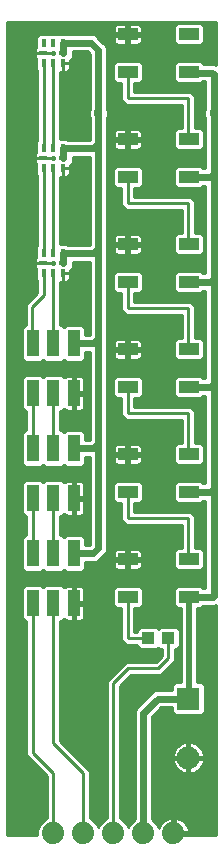
<source format=gtl>
G75*
%MOIN*%
%OFA0B0*%
%FSLAX25Y25*%
%IPPOS*%
%LPD*%
%AMOC8*
5,1,8,0,0,1.08239X$1,22.5*
%
%ADD10C,0.07600*%
%ADD11R,0.07600X0.07600*%
%ADD12R,0.06500X0.03937*%
%ADD13R,0.03937X0.08661*%
%ADD14R,0.04331X0.08661*%
%ADD15R,0.01575X0.02756*%
%ADD16R,0.02756X0.01575*%
%ADD17C,0.07400*%
%ADD18R,0.04331X0.03937*%
%ADD19C,0.01000*%
%ADD20C,0.02000*%
%ADD21C,0.02400*%
%ADD22C,0.03100*%
D10*
X0066500Y0031657D03*
D11*
X0066500Y0051343D03*
D12*
X0066646Y0085201D03*
X0066646Y0097799D03*
X0066646Y0120201D03*
X0066646Y0132799D03*
X0066646Y0155201D03*
X0066646Y0167799D03*
X0066646Y0190201D03*
X0066646Y0202799D03*
X0066646Y0225201D03*
X0066646Y0237799D03*
X0066646Y0260201D03*
X0066646Y0272799D03*
X0046354Y0272799D03*
X0046354Y0260201D03*
X0046354Y0237799D03*
X0046354Y0225201D03*
X0046354Y0202799D03*
X0046354Y0190201D03*
X0046354Y0167799D03*
X0046354Y0155201D03*
X0046354Y0132799D03*
X0046354Y0120201D03*
X0046354Y0097799D03*
X0046354Y0085201D03*
D13*
X0028390Y0083232D03*
X0028390Y0099768D03*
X0028390Y0118232D03*
X0028390Y0134768D03*
X0028390Y0153232D03*
X0028390Y0169768D03*
X0014610Y0169768D03*
X0014610Y0153232D03*
X0014610Y0134768D03*
X0014610Y0118232D03*
X0014610Y0099768D03*
X0014610Y0083232D03*
D14*
X0021500Y0083232D03*
X0021500Y0099768D03*
X0021500Y0118232D03*
X0021500Y0134768D03*
X0021500Y0153232D03*
X0021500Y0169768D03*
D15*
X0021500Y0193154D03*
X0021500Y0199846D03*
X0018350Y0199846D03*
X0018350Y0193154D03*
X0024650Y0193154D03*
X0024650Y0199846D03*
X0024650Y0228154D03*
X0024650Y0234846D03*
X0021500Y0234846D03*
X0021500Y0228154D03*
X0018350Y0228154D03*
X0018350Y0234846D03*
X0018350Y0263154D03*
X0021500Y0263154D03*
X0021500Y0269846D03*
X0018350Y0269846D03*
X0024650Y0269846D03*
X0024650Y0263154D03*
D16*
X0024846Y0266500D03*
X0018154Y0266500D03*
X0018154Y0231500D03*
X0024846Y0231500D03*
X0024846Y0196500D03*
X0018154Y0196500D03*
D17*
X0021500Y0006500D03*
X0031500Y0006500D03*
X0041500Y0006500D03*
X0051500Y0006500D03*
X0061500Y0006500D03*
D18*
X0059846Y0071500D03*
X0053154Y0071500D03*
D19*
X0006000Y0006000D02*
X0006000Y0276961D01*
X0075701Y0276961D01*
X0075701Y0262642D01*
X0075077Y0262900D01*
X0071569Y0262900D01*
X0070600Y0263869D01*
X0062691Y0263869D01*
X0061696Y0262873D01*
X0061696Y0257528D01*
X0062691Y0256532D01*
X0070600Y0256532D01*
X0071168Y0257100D01*
X0072100Y0257100D01*
X0072100Y0247991D01*
X0071750Y0247146D01*
X0071750Y0245854D01*
X0072100Y0245009D01*
X0072100Y0228101D01*
X0071368Y0228101D01*
X0070600Y0228869D01*
X0062691Y0228869D01*
X0061696Y0227873D01*
X0061696Y0222528D01*
X0062691Y0221532D01*
X0070600Y0221532D01*
X0071368Y0222301D01*
X0072100Y0222301D01*
X0072100Y0193101D01*
X0071368Y0193101D01*
X0070600Y0193869D01*
X0062691Y0193869D01*
X0061696Y0192873D01*
X0061696Y0187528D01*
X0062691Y0186532D01*
X0070600Y0186532D01*
X0071368Y0187301D01*
X0072100Y0187301D01*
X0072100Y0158101D01*
X0071368Y0158101D01*
X0070600Y0158869D01*
X0062691Y0158869D01*
X0061696Y0157873D01*
X0061696Y0152528D01*
X0062691Y0151532D01*
X0070600Y0151532D01*
X0071368Y0152301D01*
X0072100Y0152301D01*
X0072100Y0123101D01*
X0071368Y0123101D01*
X0070600Y0123869D01*
X0062691Y0123869D01*
X0061696Y0122873D01*
X0061696Y0117528D01*
X0062691Y0116532D01*
X0070600Y0116532D01*
X0071368Y0117301D01*
X0072100Y0117301D01*
X0072100Y0088101D01*
X0071368Y0088101D01*
X0070600Y0088869D01*
X0062691Y0088869D01*
X0061696Y0087873D01*
X0061696Y0082528D01*
X0062691Y0081532D01*
X0063946Y0081532D01*
X0063946Y0056843D01*
X0061996Y0056843D01*
X0061000Y0055847D01*
X0061000Y0054243D01*
X0055766Y0054243D01*
X0054700Y0053801D01*
X0049857Y0048958D01*
X0049041Y0048143D01*
X0048600Y0047077D01*
X0048600Y0011144D01*
X0048441Y0011078D01*
X0046922Y0009559D01*
X0046500Y0008540D01*
X0046078Y0009559D01*
X0044559Y0011078D01*
X0043700Y0011434D01*
X0043700Y0055589D01*
X0047411Y0059300D01*
X0057411Y0059300D01*
X0058700Y0060589D01*
X0062046Y0063935D01*
X0062046Y0067831D01*
X0062716Y0067831D01*
X0063712Y0068827D01*
X0063712Y0074173D01*
X0062716Y0075168D01*
X0056977Y0075168D01*
X0056500Y0074692D01*
X0056023Y0075168D01*
X0050284Y0075168D01*
X0049288Y0074173D01*
X0049288Y0073700D01*
X0048554Y0073700D01*
X0048554Y0081532D01*
X0050308Y0081532D01*
X0051304Y0082528D01*
X0051304Y0087873D01*
X0050308Y0088869D01*
X0042400Y0088869D01*
X0041404Y0087873D01*
X0041404Y0082528D01*
X0042400Y0081532D01*
X0044154Y0081532D01*
X0044154Y0070734D01*
X0044300Y0070589D01*
X0045589Y0069300D01*
X0049288Y0069300D01*
X0049288Y0068827D01*
X0050284Y0067831D01*
X0056023Y0067831D01*
X0056500Y0068308D01*
X0056977Y0067831D01*
X0057646Y0067831D01*
X0057646Y0065758D01*
X0055589Y0063700D01*
X0045589Y0063700D01*
X0040589Y0058700D01*
X0039300Y0057411D01*
X0039300Y0011434D01*
X0038441Y0011078D01*
X0036922Y0009559D01*
X0036500Y0008540D01*
X0036078Y0009559D01*
X0034559Y0011078D01*
X0033700Y0011434D01*
X0033700Y0027411D01*
X0032411Y0028700D01*
X0023700Y0037411D01*
X0023700Y0077202D01*
X0024370Y0077202D01*
X0025194Y0078027D01*
X0025221Y0077981D01*
X0025500Y0077701D01*
X0025842Y0077504D01*
X0026224Y0077402D01*
X0027905Y0077402D01*
X0027905Y0082748D01*
X0028874Y0082748D01*
X0028874Y0077402D01*
X0030556Y0077402D01*
X0030937Y0077504D01*
X0031279Y0077701D01*
X0031559Y0077981D01*
X0031756Y0078323D01*
X0031858Y0078704D01*
X0031858Y0082748D01*
X0028874Y0082748D01*
X0028874Y0083717D01*
X0027905Y0083717D01*
X0027905Y0089063D01*
X0026224Y0089063D01*
X0025842Y0088961D01*
X0025500Y0088763D01*
X0025221Y0088484D01*
X0025194Y0088438D01*
X0024370Y0089263D01*
X0018630Y0089263D01*
X0017957Y0088589D01*
X0017283Y0089263D01*
X0011938Y0089263D01*
X0010942Y0088267D01*
X0010942Y0078197D01*
X0011938Y0077202D01*
X0012410Y0077202D01*
X0012410Y0032478D01*
X0019300Y0025589D01*
X0019300Y0011434D01*
X0018441Y0011078D01*
X0016922Y0009559D01*
X0016100Y0007574D01*
X0016100Y0006000D01*
X0006000Y0006000D01*
X0006000Y0006493D02*
X0016100Y0006493D01*
X0016100Y0007491D02*
X0006000Y0007491D01*
X0006000Y0008490D02*
X0016479Y0008490D01*
X0016893Y0009488D02*
X0006000Y0009488D01*
X0006000Y0010487D02*
X0017850Y0010487D01*
X0019300Y0011485D02*
X0006000Y0011485D01*
X0006000Y0012484D02*
X0019300Y0012484D01*
X0019300Y0013482D02*
X0006000Y0013482D01*
X0006000Y0014481D02*
X0019300Y0014481D01*
X0019300Y0015479D02*
X0006000Y0015479D01*
X0006000Y0016478D02*
X0019300Y0016478D01*
X0019300Y0017476D02*
X0006000Y0017476D01*
X0006000Y0018475D02*
X0019300Y0018475D01*
X0019300Y0019473D02*
X0006000Y0019473D01*
X0006000Y0020472D02*
X0019300Y0020472D01*
X0019300Y0021470D02*
X0006000Y0021470D01*
X0006000Y0022469D02*
X0019300Y0022469D01*
X0019300Y0023467D02*
X0006000Y0023467D01*
X0006000Y0024466D02*
X0019300Y0024466D01*
X0019300Y0025464D02*
X0006000Y0025464D01*
X0006000Y0026463D02*
X0018426Y0026463D01*
X0017427Y0027461D02*
X0006000Y0027461D01*
X0006000Y0028460D02*
X0016429Y0028460D01*
X0015430Y0029458D02*
X0006000Y0029458D01*
X0006000Y0030457D02*
X0014432Y0030457D01*
X0013433Y0031455D02*
X0006000Y0031455D01*
X0006000Y0032454D02*
X0012435Y0032454D01*
X0012410Y0033452D02*
X0006000Y0033452D01*
X0006000Y0034451D02*
X0012410Y0034451D01*
X0012410Y0035449D02*
X0006000Y0035449D01*
X0006000Y0036448D02*
X0012410Y0036448D01*
X0012410Y0037446D02*
X0006000Y0037446D01*
X0006000Y0038445D02*
X0012410Y0038445D01*
X0012410Y0039443D02*
X0006000Y0039443D01*
X0006000Y0040442D02*
X0012410Y0040442D01*
X0012410Y0041440D02*
X0006000Y0041440D01*
X0006000Y0042439D02*
X0012410Y0042439D01*
X0012410Y0043437D02*
X0006000Y0043437D01*
X0006000Y0044436D02*
X0012410Y0044436D01*
X0012410Y0045434D02*
X0006000Y0045434D01*
X0006000Y0046433D02*
X0012410Y0046433D01*
X0012410Y0047432D02*
X0006000Y0047432D01*
X0006000Y0048430D02*
X0012410Y0048430D01*
X0012410Y0049429D02*
X0006000Y0049429D01*
X0006000Y0050427D02*
X0012410Y0050427D01*
X0012410Y0051426D02*
X0006000Y0051426D01*
X0006000Y0052424D02*
X0012410Y0052424D01*
X0012410Y0053423D02*
X0006000Y0053423D01*
X0006000Y0054421D02*
X0012410Y0054421D01*
X0012410Y0055420D02*
X0006000Y0055420D01*
X0006000Y0056418D02*
X0012410Y0056418D01*
X0012410Y0057417D02*
X0006000Y0057417D01*
X0006000Y0058415D02*
X0012410Y0058415D01*
X0012410Y0059414D02*
X0006000Y0059414D01*
X0006000Y0060412D02*
X0012410Y0060412D01*
X0012410Y0061411D02*
X0006000Y0061411D01*
X0006000Y0062409D02*
X0012410Y0062409D01*
X0012410Y0063408D02*
X0006000Y0063408D01*
X0006000Y0064406D02*
X0012410Y0064406D01*
X0012410Y0065405D02*
X0006000Y0065405D01*
X0006000Y0066403D02*
X0012410Y0066403D01*
X0012410Y0067402D02*
X0006000Y0067402D01*
X0006000Y0068400D02*
X0012410Y0068400D01*
X0012410Y0069399D02*
X0006000Y0069399D01*
X0006000Y0070397D02*
X0012410Y0070397D01*
X0012410Y0071396D02*
X0006000Y0071396D01*
X0006000Y0072394D02*
X0012410Y0072394D01*
X0012410Y0073393D02*
X0006000Y0073393D01*
X0006000Y0074391D02*
X0012410Y0074391D01*
X0012410Y0075390D02*
X0006000Y0075390D01*
X0006000Y0076388D02*
X0012410Y0076388D01*
X0011752Y0077387D02*
X0006000Y0077387D01*
X0006000Y0078385D02*
X0010942Y0078385D01*
X0010942Y0079384D02*
X0006000Y0079384D01*
X0006000Y0080382D02*
X0010942Y0080382D01*
X0010942Y0081381D02*
X0006000Y0081381D01*
X0006000Y0082379D02*
X0010942Y0082379D01*
X0010942Y0083378D02*
X0006000Y0083378D01*
X0006000Y0084376D02*
X0010942Y0084376D01*
X0010942Y0085375D02*
X0006000Y0085375D01*
X0006000Y0086373D02*
X0010942Y0086373D01*
X0010942Y0087372D02*
X0006000Y0087372D01*
X0006000Y0088370D02*
X0011045Y0088370D01*
X0011938Y0093737D02*
X0010942Y0094733D01*
X0010942Y0104803D01*
X0011938Y0105798D01*
X0012410Y0105798D01*
X0012410Y0112202D01*
X0011938Y0112202D01*
X0010942Y0113197D01*
X0010942Y0123267D01*
X0011938Y0124263D01*
X0017283Y0124263D01*
X0017957Y0123589D01*
X0018630Y0124263D01*
X0024370Y0124263D01*
X0025194Y0123438D01*
X0025221Y0123484D01*
X0025500Y0123763D01*
X0025842Y0123961D01*
X0026224Y0124063D01*
X0027905Y0124063D01*
X0027905Y0118717D01*
X0028874Y0118717D01*
X0028874Y0124063D01*
X0030556Y0124063D01*
X0030937Y0123961D01*
X0031279Y0123763D01*
X0031559Y0123484D01*
X0031756Y0123142D01*
X0031858Y0122760D01*
X0031858Y0118717D01*
X0028874Y0118717D01*
X0028874Y0117748D01*
X0028874Y0112402D01*
X0030556Y0112402D01*
X0030937Y0112504D01*
X0031279Y0112701D01*
X0031559Y0112981D01*
X0031756Y0113323D01*
X0031858Y0113704D01*
X0031858Y0117748D01*
X0028874Y0117748D01*
X0027905Y0117748D01*
X0027905Y0112402D01*
X0026224Y0112402D01*
X0025842Y0112504D01*
X0025500Y0112701D01*
X0025221Y0112981D01*
X0025194Y0113027D01*
X0024370Y0112202D01*
X0023700Y0112202D01*
X0023700Y0105798D01*
X0024370Y0105798D01*
X0025043Y0105125D01*
X0025717Y0105798D01*
X0031062Y0105798D01*
X0032058Y0104803D01*
X0032058Y0102668D01*
X0033566Y0102668D01*
X0033600Y0102701D01*
X0033600Y0131868D01*
X0032058Y0131868D01*
X0032058Y0129733D01*
X0031062Y0128737D01*
X0025717Y0128737D01*
X0025043Y0129411D01*
X0024370Y0128737D01*
X0018630Y0128737D01*
X0017957Y0129411D01*
X0017283Y0128737D01*
X0011938Y0128737D01*
X0010942Y0129733D01*
X0010942Y0139803D01*
X0011938Y0140798D01*
X0012410Y0140798D01*
X0012410Y0147202D01*
X0011938Y0147202D01*
X0010942Y0148197D01*
X0010942Y0158267D01*
X0011938Y0159263D01*
X0017283Y0159263D01*
X0017957Y0158589D01*
X0018630Y0159263D01*
X0024370Y0159263D01*
X0025194Y0158438D01*
X0025221Y0158484D01*
X0025500Y0158763D01*
X0025842Y0158961D01*
X0026224Y0159063D01*
X0027905Y0159063D01*
X0027905Y0153717D01*
X0028874Y0153717D01*
X0028874Y0159063D01*
X0030556Y0159063D01*
X0030937Y0158961D01*
X0031279Y0158763D01*
X0031559Y0158484D01*
X0031756Y0158142D01*
X0031858Y0157760D01*
X0031858Y0153717D01*
X0028874Y0153717D01*
X0028874Y0152748D01*
X0028874Y0147402D01*
X0030556Y0147402D01*
X0030937Y0147504D01*
X0031279Y0147701D01*
X0031559Y0147981D01*
X0031756Y0148323D01*
X0031858Y0148704D01*
X0031858Y0152748D01*
X0028874Y0152748D01*
X0027905Y0152748D01*
X0027905Y0147402D01*
X0026224Y0147402D01*
X0025842Y0147504D01*
X0025500Y0147701D01*
X0025221Y0147981D01*
X0025194Y0148027D01*
X0024370Y0147202D01*
X0023700Y0147202D01*
X0023700Y0140798D01*
X0024370Y0140798D01*
X0025043Y0140125D01*
X0025717Y0140798D01*
X0031062Y0140798D01*
X0032058Y0139803D01*
X0032058Y0137668D01*
X0033566Y0137668D01*
X0033600Y0137701D01*
X0033600Y0166868D01*
X0032058Y0166868D01*
X0032058Y0164733D01*
X0031062Y0163737D01*
X0025717Y0163737D01*
X0025043Y0164411D01*
X0024370Y0163737D01*
X0018630Y0163737D01*
X0017957Y0164411D01*
X0017283Y0163737D01*
X0011938Y0163737D01*
X0010942Y0164733D01*
X0010942Y0174803D01*
X0011938Y0175798D01*
X0012300Y0175798D01*
X0012300Y0182911D01*
X0013589Y0184200D01*
X0016150Y0186762D01*
X0016150Y0190784D01*
X0015863Y0191071D01*
X0015863Y0194507D01*
X0015855Y0194512D01*
X0015575Y0194792D01*
X0015378Y0195134D01*
X0015276Y0195515D01*
X0015276Y0196500D01*
X0018153Y0196500D01*
X0018153Y0196500D01*
X0015276Y0196500D01*
X0015276Y0197485D01*
X0015378Y0197866D01*
X0015575Y0198208D01*
X0015855Y0198488D01*
X0015863Y0198493D01*
X0015863Y0201929D01*
X0016150Y0202216D01*
X0016150Y0225784D01*
X0015863Y0226071D01*
X0015863Y0229507D01*
X0015855Y0229512D01*
X0015575Y0229792D01*
X0015378Y0230134D01*
X0015276Y0230515D01*
X0015276Y0231500D01*
X0018153Y0231500D01*
X0018153Y0231500D01*
X0015276Y0231500D01*
X0015276Y0232485D01*
X0015378Y0232866D01*
X0015575Y0233208D01*
X0015855Y0233488D01*
X0015863Y0233493D01*
X0015863Y0236929D01*
X0016150Y0237216D01*
X0016150Y0260784D01*
X0015863Y0261071D01*
X0015863Y0264507D01*
X0015855Y0264512D01*
X0015575Y0264792D01*
X0015378Y0265134D01*
X0015276Y0265515D01*
X0015276Y0266500D01*
X0018153Y0266500D01*
X0018153Y0266500D01*
X0015276Y0266500D01*
X0015276Y0267485D01*
X0015378Y0267866D01*
X0015575Y0268208D01*
X0015855Y0268488D01*
X0015863Y0268493D01*
X0015863Y0271929D01*
X0016859Y0272924D01*
X0019842Y0272924D01*
X0019925Y0272841D01*
X0020008Y0272924D01*
X0022992Y0272924D01*
X0023075Y0272841D01*
X0023158Y0272924D01*
X0026141Y0272924D01*
X0026166Y0272900D01*
X0034577Y0272900D01*
X0035643Y0272458D01*
X0036458Y0271643D01*
X0038143Y0269958D01*
X0038143Y0269958D01*
X0038958Y0269143D01*
X0039400Y0268077D01*
X0039400Y0247991D01*
X0039750Y0247146D01*
X0039750Y0245854D01*
X0039400Y0245009D01*
X0039400Y0100923D01*
X0038958Y0099857D01*
X0038143Y0099041D01*
X0036410Y0097309D01*
X0035345Y0096868D01*
X0032058Y0096868D01*
X0032058Y0094733D01*
X0031062Y0093737D01*
X0025717Y0093737D01*
X0025043Y0094411D01*
X0024370Y0093737D01*
X0018630Y0093737D01*
X0017957Y0094411D01*
X0017283Y0093737D01*
X0011938Y0093737D01*
X0011313Y0094362D02*
X0006000Y0094362D01*
X0006000Y0095360D02*
X0010942Y0095360D01*
X0010942Y0096359D02*
X0006000Y0096359D01*
X0006000Y0097357D02*
X0010942Y0097357D01*
X0010942Y0098356D02*
X0006000Y0098356D01*
X0006000Y0099354D02*
X0010942Y0099354D01*
X0010942Y0100353D02*
X0006000Y0100353D01*
X0006000Y0101351D02*
X0010942Y0101351D01*
X0010942Y0102350D02*
X0006000Y0102350D01*
X0006000Y0103348D02*
X0010942Y0103348D01*
X0010942Y0104347D02*
X0006000Y0104347D01*
X0006000Y0105345D02*
X0011484Y0105345D01*
X0012410Y0106344D02*
X0006000Y0106344D01*
X0006000Y0107342D02*
X0012410Y0107342D01*
X0012410Y0108341D02*
X0006000Y0108341D01*
X0006000Y0109339D02*
X0012410Y0109339D01*
X0012410Y0110338D02*
X0006000Y0110338D01*
X0006000Y0111336D02*
X0012410Y0111336D01*
X0011804Y0112335D02*
X0006000Y0112335D01*
X0006000Y0113333D02*
X0010942Y0113333D01*
X0010942Y0114332D02*
X0006000Y0114332D01*
X0006000Y0115330D02*
X0010942Y0115330D01*
X0010942Y0116329D02*
X0006000Y0116329D01*
X0006000Y0117327D02*
X0010942Y0117327D01*
X0010942Y0118326D02*
X0006000Y0118326D01*
X0006000Y0119324D02*
X0010942Y0119324D01*
X0010942Y0120323D02*
X0006000Y0120323D01*
X0006000Y0121321D02*
X0010942Y0121321D01*
X0010942Y0122320D02*
X0006000Y0122320D01*
X0006000Y0123318D02*
X0010993Y0123318D01*
X0011365Y0129309D02*
X0006000Y0129309D01*
X0006000Y0128311D02*
X0033600Y0128311D01*
X0033600Y0129309D02*
X0031635Y0129309D01*
X0032058Y0130308D02*
X0033600Y0130308D01*
X0033600Y0131306D02*
X0032058Y0131306D01*
X0033600Y0127312D02*
X0006000Y0127312D01*
X0006000Y0126314D02*
X0033600Y0126314D01*
X0033600Y0125315D02*
X0006000Y0125315D01*
X0006000Y0124317D02*
X0033600Y0124317D01*
X0033600Y0123318D02*
X0031654Y0123318D01*
X0031858Y0122320D02*
X0033600Y0122320D01*
X0033600Y0121321D02*
X0031858Y0121321D01*
X0031858Y0120323D02*
X0033600Y0120323D01*
X0033600Y0119324D02*
X0031858Y0119324D01*
X0031858Y0117327D02*
X0033600Y0117327D01*
X0033600Y0116329D02*
X0031858Y0116329D01*
X0031858Y0115330D02*
X0033600Y0115330D01*
X0033600Y0114332D02*
X0031858Y0114332D01*
X0031759Y0113333D02*
X0033600Y0113333D01*
X0033600Y0112335D02*
X0024503Y0112335D01*
X0023700Y0111336D02*
X0033600Y0111336D01*
X0033600Y0110338D02*
X0023700Y0110338D01*
X0023700Y0109339D02*
X0033600Y0109339D01*
X0033600Y0108341D02*
X0023700Y0108341D01*
X0023700Y0107342D02*
X0033600Y0107342D01*
X0033600Y0106344D02*
X0023700Y0106344D01*
X0024823Y0105345D02*
X0025264Y0105345D01*
X0027905Y0113333D02*
X0028874Y0113333D01*
X0028874Y0114332D02*
X0027905Y0114332D01*
X0027905Y0115330D02*
X0028874Y0115330D01*
X0028874Y0116329D02*
X0027905Y0116329D01*
X0027905Y0117327D02*
X0028874Y0117327D01*
X0028874Y0118326D02*
X0033600Y0118326D01*
X0033600Y0105345D02*
X0031516Y0105345D01*
X0032058Y0104347D02*
X0033600Y0104347D01*
X0033600Y0103348D02*
X0032058Y0103348D01*
X0032058Y0096359D02*
X0041604Y0096359D01*
X0041604Y0095633D02*
X0041604Y0097315D01*
X0045870Y0097315D01*
X0045870Y0098283D01*
X0041604Y0098283D01*
X0041604Y0099965D01*
X0041707Y0100347D01*
X0041904Y0100689D01*
X0042183Y0100968D01*
X0042525Y0101165D01*
X0042907Y0101268D01*
X0045870Y0101268D01*
X0045870Y0098284D01*
X0046839Y0098284D01*
X0046839Y0101268D01*
X0049802Y0101268D01*
X0050183Y0101165D01*
X0050525Y0100968D01*
X0050805Y0100689D01*
X0051002Y0100347D01*
X0051104Y0099965D01*
X0051104Y0098283D01*
X0046839Y0098283D01*
X0046839Y0097315D01*
X0051104Y0097315D01*
X0051104Y0095633D01*
X0051002Y0095252D01*
X0050805Y0094910D01*
X0050525Y0094630D01*
X0050183Y0094433D01*
X0049802Y0094331D01*
X0046839Y0094331D01*
X0046839Y0097315D01*
X0045870Y0097315D01*
X0045870Y0094331D01*
X0042907Y0094331D01*
X0042525Y0094433D01*
X0042183Y0094630D01*
X0041904Y0094910D01*
X0041707Y0095252D01*
X0041604Y0095633D01*
X0041678Y0095360D02*
X0032058Y0095360D01*
X0031687Y0094362D02*
X0042792Y0094362D01*
X0041604Y0098356D02*
X0037457Y0098356D01*
X0038455Y0099354D02*
X0041604Y0099354D01*
X0041710Y0100353D02*
X0039164Y0100353D01*
X0039400Y0101351D02*
X0062575Y0101351D01*
X0062691Y0101468D02*
X0061696Y0100472D01*
X0061696Y0095127D01*
X0062691Y0094131D01*
X0070600Y0094131D01*
X0071596Y0095127D01*
X0071596Y0100472D01*
X0070600Y0101468D01*
X0068700Y0101468D01*
X0068700Y0112411D01*
X0067411Y0113700D01*
X0048554Y0113700D01*
X0048554Y0116532D01*
X0050308Y0116532D01*
X0051304Y0117528D01*
X0051304Y0122873D01*
X0050308Y0123869D01*
X0042400Y0123869D01*
X0041404Y0122873D01*
X0041404Y0117528D01*
X0042400Y0116532D01*
X0044154Y0116532D01*
X0044154Y0110734D01*
X0044300Y0110589D01*
X0045589Y0109300D01*
X0064300Y0109300D01*
X0064300Y0101468D01*
X0062691Y0101468D01*
X0061696Y0100353D02*
X0050999Y0100353D01*
X0051104Y0099354D02*
X0061696Y0099354D01*
X0061696Y0098356D02*
X0051104Y0098356D01*
X0051104Y0096359D02*
X0061696Y0096359D01*
X0061696Y0097357D02*
X0046839Y0097357D01*
X0045870Y0097357D02*
X0036458Y0097357D01*
X0039400Y0102350D02*
X0064300Y0102350D01*
X0064300Y0103348D02*
X0039400Y0103348D01*
X0039400Y0104347D02*
X0064300Y0104347D01*
X0064300Y0105345D02*
X0039400Y0105345D01*
X0039400Y0106344D02*
X0064300Y0106344D01*
X0064300Y0107342D02*
X0039400Y0107342D01*
X0039400Y0108341D02*
X0064300Y0108341D01*
X0066500Y0111500D02*
X0066500Y0097945D01*
X0066646Y0097799D01*
X0068700Y0102350D02*
X0072100Y0102350D01*
X0072100Y0103348D02*
X0068700Y0103348D01*
X0068700Y0104347D02*
X0072100Y0104347D01*
X0072100Y0105345D02*
X0068700Y0105345D01*
X0068700Y0106344D02*
X0072100Y0106344D01*
X0072100Y0107342D02*
X0068700Y0107342D01*
X0068700Y0108341D02*
X0072100Y0108341D01*
X0072100Y0109339D02*
X0068700Y0109339D01*
X0068700Y0110338D02*
X0072100Y0110338D01*
X0072100Y0111336D02*
X0068700Y0111336D01*
X0068700Y0112335D02*
X0072100Y0112335D01*
X0072100Y0113333D02*
X0067778Y0113333D01*
X0066500Y0111500D02*
X0046500Y0111500D01*
X0046354Y0111646D01*
X0046354Y0120201D01*
X0044154Y0116329D02*
X0039400Y0116329D01*
X0039400Y0117327D02*
X0041605Y0117327D01*
X0041404Y0118326D02*
X0039400Y0118326D01*
X0039400Y0119324D02*
X0041404Y0119324D01*
X0041404Y0120323D02*
X0039400Y0120323D01*
X0039400Y0121321D02*
X0041404Y0121321D01*
X0041404Y0122320D02*
X0039400Y0122320D01*
X0039400Y0123318D02*
X0041849Y0123318D01*
X0039400Y0124317D02*
X0072100Y0124317D01*
X0072100Y0125315D02*
X0039400Y0125315D01*
X0039400Y0126314D02*
X0072100Y0126314D01*
X0072100Y0127312D02*
X0039400Y0127312D01*
X0039400Y0128311D02*
X0072100Y0128311D01*
X0072100Y0129309D02*
X0070779Y0129309D01*
X0070600Y0129131D02*
X0071596Y0130127D01*
X0071596Y0135472D01*
X0070600Y0136468D01*
X0068700Y0136468D01*
X0068700Y0147411D01*
X0067411Y0148700D01*
X0048554Y0148700D01*
X0048554Y0151532D01*
X0050308Y0151532D01*
X0051304Y0152528D01*
X0051304Y0157873D01*
X0050308Y0158869D01*
X0042400Y0158869D01*
X0041404Y0157873D01*
X0041404Y0152528D01*
X0042400Y0151532D01*
X0044154Y0151532D01*
X0044154Y0145734D01*
X0044300Y0145589D01*
X0045589Y0144300D01*
X0064300Y0144300D01*
X0064300Y0136468D01*
X0062691Y0136468D01*
X0061696Y0135472D01*
X0061696Y0130127D01*
X0062691Y0129131D01*
X0070600Y0129131D01*
X0071596Y0130308D02*
X0072100Y0130308D01*
X0072100Y0131306D02*
X0071596Y0131306D01*
X0071596Y0132305D02*
X0072100Y0132305D01*
X0072100Y0133303D02*
X0071596Y0133303D01*
X0071596Y0134302D02*
X0072100Y0134302D01*
X0072100Y0135301D02*
X0071596Y0135301D01*
X0072100Y0136299D02*
X0070769Y0136299D01*
X0072100Y0137298D02*
X0068700Y0137298D01*
X0068700Y0138296D02*
X0072100Y0138296D01*
X0072100Y0139295D02*
X0068700Y0139295D01*
X0068700Y0140293D02*
X0072100Y0140293D01*
X0072100Y0141292D02*
X0068700Y0141292D01*
X0068700Y0142290D02*
X0072100Y0142290D01*
X0072100Y0143289D02*
X0068700Y0143289D01*
X0068700Y0144287D02*
X0072100Y0144287D01*
X0072100Y0145286D02*
X0068700Y0145286D01*
X0068700Y0146284D02*
X0072100Y0146284D01*
X0072100Y0147283D02*
X0068700Y0147283D01*
X0067830Y0148281D02*
X0072100Y0148281D01*
X0072100Y0149280D02*
X0048554Y0149280D01*
X0048554Y0150278D02*
X0072100Y0150278D01*
X0072100Y0151277D02*
X0048554Y0151277D01*
X0051051Y0152275D02*
X0061949Y0152275D01*
X0061696Y0153274D02*
X0051304Y0153274D01*
X0051304Y0154272D02*
X0061696Y0154272D01*
X0061696Y0155271D02*
X0051304Y0155271D01*
X0051304Y0156269D02*
X0061696Y0156269D01*
X0061696Y0157268D02*
X0051304Y0157268D01*
X0050911Y0158266D02*
X0062088Y0158266D01*
X0062691Y0164131D02*
X0070600Y0164131D01*
X0071596Y0165127D01*
X0071596Y0170472D01*
X0070600Y0171468D01*
X0068700Y0171468D01*
X0068700Y0182411D01*
X0067411Y0183700D01*
X0048554Y0183700D01*
X0048554Y0186532D01*
X0050308Y0186532D01*
X0051304Y0187528D01*
X0051304Y0192873D01*
X0050308Y0193869D01*
X0042400Y0193869D01*
X0041404Y0192873D01*
X0041404Y0187528D01*
X0042400Y0186532D01*
X0044154Y0186532D01*
X0044154Y0180734D01*
X0044300Y0180589D01*
X0045589Y0179300D01*
X0064300Y0179300D01*
X0064300Y0171468D01*
X0062691Y0171468D01*
X0061696Y0170472D01*
X0061696Y0165127D01*
X0062691Y0164131D01*
X0062565Y0164257D02*
X0039400Y0164257D01*
X0039400Y0163259D02*
X0072100Y0163259D01*
X0072100Y0164257D02*
X0070726Y0164257D01*
X0071596Y0165256D02*
X0072100Y0165256D01*
X0072100Y0166254D02*
X0071596Y0166254D01*
X0071596Y0167253D02*
X0072100Y0167253D01*
X0072100Y0168251D02*
X0071596Y0168251D01*
X0071596Y0169250D02*
X0072100Y0169250D01*
X0072100Y0170248D02*
X0071596Y0170248D01*
X0072100Y0171247D02*
X0070821Y0171247D01*
X0072100Y0172245D02*
X0068700Y0172245D01*
X0068700Y0173244D02*
X0072100Y0173244D01*
X0072100Y0174242D02*
X0068700Y0174242D01*
X0068700Y0175241D02*
X0072100Y0175241D01*
X0072100Y0176239D02*
X0068700Y0176239D01*
X0068700Y0177238D02*
X0072100Y0177238D01*
X0072100Y0178237D02*
X0068700Y0178237D01*
X0068700Y0179235D02*
X0072100Y0179235D01*
X0072100Y0180234D02*
X0068700Y0180234D01*
X0068700Y0181232D02*
X0072100Y0181232D01*
X0072100Y0182231D02*
X0068700Y0182231D01*
X0067882Y0183229D02*
X0072100Y0183229D01*
X0072100Y0184228D02*
X0048554Y0184228D01*
X0048554Y0185226D02*
X0072100Y0185226D01*
X0072100Y0186225D02*
X0048554Y0186225D01*
X0050999Y0187223D02*
X0062001Y0187223D01*
X0061696Y0188222D02*
X0051304Y0188222D01*
X0051304Y0189220D02*
X0061696Y0189220D01*
X0061696Y0190219D02*
X0051304Y0190219D01*
X0051304Y0191217D02*
X0061696Y0191217D01*
X0061696Y0192216D02*
X0051304Y0192216D01*
X0050964Y0193214D02*
X0062036Y0193214D01*
X0062691Y0199131D02*
X0061696Y0200127D01*
X0061696Y0205472D01*
X0062691Y0206468D01*
X0064300Y0206468D01*
X0064300Y0214300D01*
X0045589Y0214300D01*
X0044300Y0215589D01*
X0044154Y0215734D01*
X0044154Y0221532D01*
X0042400Y0221532D01*
X0041404Y0222528D01*
X0041404Y0227873D01*
X0042400Y0228869D01*
X0050308Y0228869D01*
X0051304Y0227873D01*
X0051304Y0222528D01*
X0050308Y0221532D01*
X0048554Y0221532D01*
X0048554Y0218700D01*
X0067411Y0218700D01*
X0068700Y0217411D01*
X0068700Y0206468D01*
X0070600Y0206468D01*
X0071596Y0205472D01*
X0071596Y0200127D01*
X0070600Y0199131D01*
X0062691Y0199131D01*
X0062617Y0199205D02*
X0039400Y0199205D01*
X0039400Y0198207D02*
X0072100Y0198207D01*
X0072100Y0199205D02*
X0070674Y0199205D01*
X0071596Y0200204D02*
X0072100Y0200204D01*
X0072100Y0201202D02*
X0071596Y0201202D01*
X0071596Y0202201D02*
X0072100Y0202201D01*
X0072100Y0203199D02*
X0071596Y0203199D01*
X0071596Y0204198D02*
X0072100Y0204198D01*
X0072100Y0205196D02*
X0071596Y0205196D01*
X0072100Y0206195D02*
X0070873Y0206195D01*
X0072100Y0207193D02*
X0068700Y0207193D01*
X0068700Y0208192D02*
X0072100Y0208192D01*
X0072100Y0209190D02*
X0068700Y0209190D01*
X0068700Y0210189D02*
X0072100Y0210189D01*
X0072100Y0211187D02*
X0068700Y0211187D01*
X0068700Y0212186D02*
X0072100Y0212186D01*
X0072100Y0213184D02*
X0068700Y0213184D01*
X0068700Y0214183D02*
X0072100Y0214183D01*
X0072100Y0215181D02*
X0068700Y0215181D01*
X0068700Y0216180D02*
X0072100Y0216180D01*
X0072100Y0217178D02*
X0068700Y0217178D01*
X0067934Y0218177D02*
X0072100Y0218177D01*
X0072100Y0219175D02*
X0048554Y0219175D01*
X0048554Y0220174D02*
X0072100Y0220174D01*
X0072100Y0221172D02*
X0048554Y0221172D01*
X0050947Y0222171D02*
X0062053Y0222171D01*
X0061696Y0223170D02*
X0051304Y0223170D01*
X0051304Y0224168D02*
X0061696Y0224168D01*
X0061696Y0225167D02*
X0051304Y0225167D01*
X0051304Y0226165D02*
X0061696Y0226165D01*
X0061696Y0227164D02*
X0051304Y0227164D01*
X0051016Y0228162D02*
X0061984Y0228162D01*
X0062691Y0234131D02*
X0070600Y0234131D01*
X0071596Y0235127D01*
X0071596Y0240472D01*
X0070600Y0241468D01*
X0068700Y0241468D01*
X0068700Y0252411D01*
X0067411Y0253700D01*
X0048554Y0253700D01*
X0048554Y0256532D01*
X0050308Y0256532D01*
X0051304Y0257528D01*
X0051304Y0262873D01*
X0050308Y0263869D01*
X0042400Y0263869D01*
X0041404Y0262873D01*
X0041404Y0257528D01*
X0042400Y0256532D01*
X0044154Y0256532D01*
X0044154Y0250734D01*
X0044300Y0250589D01*
X0045589Y0249300D01*
X0064300Y0249300D01*
X0064300Y0241468D01*
X0062691Y0241468D01*
X0061696Y0240472D01*
X0061696Y0235127D01*
X0062691Y0234131D01*
X0062669Y0234153D02*
X0039400Y0234153D01*
X0039400Y0233155D02*
X0072100Y0233155D01*
X0072100Y0234153D02*
X0070622Y0234153D01*
X0071596Y0235152D02*
X0072100Y0235152D01*
X0072100Y0236150D02*
X0071596Y0236150D01*
X0071596Y0237149D02*
X0072100Y0237149D01*
X0072100Y0238147D02*
X0071596Y0238147D01*
X0071596Y0239146D02*
X0072100Y0239146D01*
X0072100Y0240144D02*
X0071596Y0240144D01*
X0072100Y0241143D02*
X0070925Y0241143D01*
X0072047Y0245137D02*
X0068700Y0245137D01*
X0068700Y0246135D02*
X0071750Y0246135D01*
X0071750Y0247134D02*
X0068700Y0247134D01*
X0068700Y0248132D02*
X0072100Y0248132D01*
X0072100Y0249131D02*
X0068700Y0249131D01*
X0068700Y0250129D02*
X0072100Y0250129D01*
X0072100Y0251128D02*
X0068700Y0251128D01*
X0068700Y0252126D02*
X0072100Y0252126D01*
X0072100Y0253125D02*
X0067986Y0253125D01*
X0066500Y0251500D02*
X0066500Y0237945D01*
X0066646Y0237799D01*
X0068700Y0242141D02*
X0072100Y0242141D01*
X0072100Y0243140D02*
X0068700Y0243140D01*
X0068700Y0244138D02*
X0072100Y0244138D01*
X0072100Y0254123D02*
X0048554Y0254123D01*
X0048554Y0255122D02*
X0072100Y0255122D01*
X0072100Y0256120D02*
X0048554Y0256120D01*
X0050895Y0257119D02*
X0062105Y0257119D01*
X0061696Y0258117D02*
X0051304Y0258117D01*
X0051304Y0259116D02*
X0061696Y0259116D01*
X0061696Y0260114D02*
X0051304Y0260114D01*
X0051304Y0261113D02*
X0061696Y0261113D01*
X0061696Y0262111D02*
X0051304Y0262111D01*
X0051068Y0263110D02*
X0061932Y0263110D01*
X0062691Y0269131D02*
X0061696Y0270127D01*
X0061696Y0275472D01*
X0062691Y0276468D01*
X0070600Y0276468D01*
X0071596Y0275472D01*
X0071596Y0270127D01*
X0070600Y0269131D01*
X0062691Y0269131D01*
X0061723Y0270100D02*
X0050914Y0270100D01*
X0051002Y0270252D02*
X0051104Y0270633D01*
X0051104Y0272315D01*
X0046839Y0272315D01*
X0046839Y0273283D01*
X0051104Y0273283D01*
X0051104Y0274965D01*
X0051002Y0275347D01*
X0050805Y0275689D01*
X0050525Y0275968D01*
X0050183Y0276165D01*
X0049802Y0276268D01*
X0046839Y0276268D01*
X0046839Y0273284D01*
X0045870Y0273284D01*
X0045870Y0276268D01*
X0042907Y0276268D01*
X0042525Y0276165D01*
X0042183Y0275968D01*
X0041904Y0275689D01*
X0041707Y0275347D01*
X0041604Y0274965D01*
X0041604Y0273283D01*
X0045870Y0273283D01*
X0045870Y0272315D01*
X0041604Y0272315D01*
X0041604Y0270633D01*
X0041707Y0270252D01*
X0041904Y0269910D01*
X0042183Y0269630D01*
X0042525Y0269433D01*
X0042907Y0269331D01*
X0045870Y0269331D01*
X0045870Y0272315D01*
X0046839Y0272315D01*
X0046839Y0269331D01*
X0049802Y0269331D01*
X0050183Y0269433D01*
X0050525Y0269630D01*
X0050805Y0269910D01*
X0051002Y0270252D01*
X0051104Y0271098D02*
X0061696Y0271098D01*
X0061696Y0272097D02*
X0051104Y0272097D01*
X0051104Y0274094D02*
X0061696Y0274094D01*
X0061696Y0275092D02*
X0051070Y0275092D01*
X0050313Y0276091D02*
X0062314Y0276091D01*
X0061696Y0273095D02*
X0046839Y0273095D01*
X0045870Y0273095D02*
X0006000Y0273095D01*
X0006000Y0272097D02*
X0016031Y0272097D01*
X0015863Y0271098D02*
X0006000Y0271098D01*
X0006000Y0270100D02*
X0015863Y0270100D01*
X0015863Y0269101D02*
X0006000Y0269101D01*
X0006000Y0268103D02*
X0015514Y0268103D01*
X0015276Y0267104D02*
X0006000Y0267104D01*
X0006000Y0266105D02*
X0015276Y0266105D01*
X0015393Y0265107D02*
X0006000Y0265107D01*
X0006000Y0264108D02*
X0015863Y0264108D01*
X0015863Y0263110D02*
X0006000Y0263110D01*
X0006000Y0262111D02*
X0015863Y0262111D01*
X0015863Y0261113D02*
X0006000Y0261113D01*
X0006000Y0260114D02*
X0016150Y0260114D01*
X0016150Y0259116D02*
X0006000Y0259116D01*
X0006000Y0258117D02*
X0016150Y0258117D01*
X0016150Y0257119D02*
X0006000Y0257119D01*
X0006000Y0256120D02*
X0016150Y0256120D01*
X0016150Y0255122D02*
X0006000Y0255122D01*
X0006000Y0254123D02*
X0016150Y0254123D01*
X0016150Y0253125D02*
X0006000Y0253125D01*
X0006000Y0252126D02*
X0016150Y0252126D01*
X0016150Y0251128D02*
X0006000Y0251128D01*
X0006000Y0250129D02*
X0016150Y0250129D01*
X0016150Y0249131D02*
X0006000Y0249131D01*
X0006000Y0248132D02*
X0016150Y0248132D01*
X0016150Y0247134D02*
X0006000Y0247134D01*
X0006000Y0246135D02*
X0016150Y0246135D01*
X0016150Y0245137D02*
X0006000Y0245137D01*
X0006000Y0244138D02*
X0016150Y0244138D01*
X0016150Y0243140D02*
X0006000Y0243140D01*
X0006000Y0242141D02*
X0016150Y0242141D01*
X0016150Y0241143D02*
X0006000Y0241143D01*
X0006000Y0240144D02*
X0016150Y0240144D01*
X0016150Y0239146D02*
X0006000Y0239146D01*
X0006000Y0238147D02*
X0016150Y0238147D01*
X0016083Y0237149D02*
X0006000Y0237149D01*
X0006000Y0236150D02*
X0015863Y0236150D01*
X0015863Y0235152D02*
X0006000Y0235152D01*
X0006000Y0234153D02*
X0015863Y0234153D01*
X0015544Y0233155D02*
X0006000Y0233155D01*
X0006000Y0232156D02*
X0015276Y0232156D01*
X0015276Y0231158D02*
X0006000Y0231158D01*
X0006000Y0230159D02*
X0015371Y0230159D01*
X0015863Y0229161D02*
X0006000Y0229161D01*
X0006000Y0228162D02*
X0015863Y0228162D01*
X0015863Y0227164D02*
X0006000Y0227164D01*
X0006000Y0226165D02*
X0015863Y0226165D01*
X0016150Y0225167D02*
X0006000Y0225167D01*
X0006000Y0224168D02*
X0016150Y0224168D01*
X0016150Y0223170D02*
X0006000Y0223170D01*
X0006000Y0222171D02*
X0016150Y0222171D01*
X0016150Y0221172D02*
X0006000Y0221172D01*
X0006000Y0220174D02*
X0016150Y0220174D01*
X0016150Y0219175D02*
X0006000Y0219175D01*
X0006000Y0218177D02*
X0016150Y0218177D01*
X0016150Y0217178D02*
X0006000Y0217178D01*
X0006000Y0216180D02*
X0016150Y0216180D01*
X0016150Y0215181D02*
X0006000Y0215181D01*
X0006000Y0214183D02*
X0016150Y0214183D01*
X0016150Y0213184D02*
X0006000Y0213184D01*
X0006000Y0212186D02*
X0016150Y0212186D01*
X0016150Y0211187D02*
X0006000Y0211187D01*
X0006000Y0210189D02*
X0016150Y0210189D01*
X0016150Y0209190D02*
X0006000Y0209190D01*
X0006000Y0208192D02*
X0016150Y0208192D01*
X0016150Y0207193D02*
X0006000Y0207193D01*
X0006000Y0206195D02*
X0016150Y0206195D01*
X0016150Y0205196D02*
X0006000Y0205196D01*
X0006000Y0204198D02*
X0016150Y0204198D01*
X0016150Y0203199D02*
X0006000Y0203199D01*
X0006000Y0202201D02*
X0016135Y0202201D01*
X0015863Y0201202D02*
X0006000Y0201202D01*
X0006000Y0200204D02*
X0015863Y0200204D01*
X0015863Y0199205D02*
X0006000Y0199205D01*
X0006000Y0198207D02*
X0015574Y0198207D01*
X0015276Y0197208D02*
X0006000Y0197208D01*
X0006000Y0196210D02*
X0015276Y0196210D01*
X0015357Y0195211D02*
X0006000Y0195211D01*
X0006000Y0194213D02*
X0015863Y0194213D01*
X0015863Y0193214D02*
X0006000Y0193214D01*
X0006000Y0192216D02*
X0015863Y0192216D01*
X0015863Y0191217D02*
X0006000Y0191217D01*
X0006000Y0190219D02*
X0016150Y0190219D01*
X0016150Y0189220D02*
X0006000Y0189220D01*
X0006000Y0188222D02*
X0016150Y0188222D01*
X0016150Y0187223D02*
X0006000Y0187223D01*
X0006000Y0186225D02*
X0015613Y0186225D01*
X0014615Y0185226D02*
X0006000Y0185226D01*
X0006000Y0184228D02*
X0013616Y0184228D01*
X0012618Y0183229D02*
X0006000Y0183229D01*
X0006000Y0182231D02*
X0012300Y0182231D01*
X0012300Y0181232D02*
X0006000Y0181232D01*
X0006000Y0180234D02*
X0012300Y0180234D01*
X0012300Y0179235D02*
X0006000Y0179235D01*
X0006000Y0178237D02*
X0012300Y0178237D01*
X0012300Y0177238D02*
X0006000Y0177238D01*
X0006000Y0176239D02*
X0012300Y0176239D01*
X0011380Y0175241D02*
X0006000Y0175241D01*
X0006000Y0174242D02*
X0010942Y0174242D01*
X0010942Y0173244D02*
X0006000Y0173244D01*
X0006000Y0172245D02*
X0010942Y0172245D01*
X0010942Y0171247D02*
X0006000Y0171247D01*
X0006000Y0170248D02*
X0010942Y0170248D01*
X0010942Y0169250D02*
X0006000Y0169250D01*
X0006000Y0168251D02*
X0010942Y0168251D01*
X0010942Y0167253D02*
X0006000Y0167253D01*
X0006000Y0166254D02*
X0010942Y0166254D01*
X0010942Y0165256D02*
X0006000Y0165256D01*
X0006000Y0164257D02*
X0011417Y0164257D01*
X0010942Y0158266D02*
X0006000Y0158266D01*
X0006000Y0157268D02*
X0010942Y0157268D01*
X0010942Y0156269D02*
X0006000Y0156269D01*
X0006000Y0155271D02*
X0010942Y0155271D01*
X0010942Y0154272D02*
X0006000Y0154272D01*
X0006000Y0153274D02*
X0010942Y0153274D01*
X0010942Y0152275D02*
X0006000Y0152275D01*
X0006000Y0151277D02*
X0010942Y0151277D01*
X0010942Y0150278D02*
X0006000Y0150278D01*
X0006000Y0149280D02*
X0010942Y0149280D01*
X0010942Y0148281D02*
X0006000Y0148281D01*
X0006000Y0147283D02*
X0011856Y0147283D01*
X0012410Y0146284D02*
X0006000Y0146284D01*
X0006000Y0145286D02*
X0012410Y0145286D01*
X0012410Y0144287D02*
X0006000Y0144287D01*
X0006000Y0143289D02*
X0012410Y0143289D01*
X0012410Y0142290D02*
X0006000Y0142290D01*
X0006000Y0141292D02*
X0012410Y0141292D01*
X0011432Y0140293D02*
X0006000Y0140293D01*
X0006000Y0139295D02*
X0010942Y0139295D01*
X0010942Y0138296D02*
X0006000Y0138296D01*
X0006000Y0137298D02*
X0010942Y0137298D01*
X0010942Y0136299D02*
X0006000Y0136299D01*
X0006000Y0135301D02*
X0010942Y0135301D01*
X0010942Y0134302D02*
X0006000Y0134302D01*
X0006000Y0133303D02*
X0010942Y0133303D01*
X0010942Y0132305D02*
X0006000Y0132305D01*
X0006000Y0131306D02*
X0010942Y0131306D01*
X0010942Y0130308D02*
X0006000Y0130308D01*
X0014610Y0134768D02*
X0014610Y0153232D01*
X0017803Y0164257D02*
X0018110Y0164257D01*
X0014610Y0169768D02*
X0014500Y0169878D01*
X0014500Y0182000D01*
X0018350Y0185850D01*
X0018350Y0193154D01*
X0018154Y0196500D02*
X0018154Y0196500D01*
X0021031Y0196500D01*
X0021031Y0196231D01*
X0021769Y0196231D01*
X0021769Y0196769D01*
X0021031Y0196769D01*
X0021031Y0196500D01*
X0018154Y0196500D01*
X0018350Y0199846D02*
X0018350Y0228154D01*
X0018154Y0231500D02*
X0018154Y0231500D01*
X0021031Y0231500D01*
X0021031Y0231231D01*
X0021769Y0231231D01*
X0021769Y0231769D01*
X0021031Y0231769D01*
X0021031Y0231500D01*
X0018154Y0231500D01*
X0018350Y0234846D02*
X0018350Y0263154D01*
X0018154Y0266500D02*
X0018154Y0266500D01*
X0021031Y0266500D01*
X0021031Y0266231D01*
X0021750Y0266231D01*
X0021750Y0266769D01*
X0021031Y0266769D01*
X0021031Y0266500D01*
X0018154Y0266500D01*
X0021500Y0263154D02*
X0021500Y0234846D01*
X0023700Y0237924D02*
X0023700Y0260276D01*
X0024650Y0260276D01*
X0025634Y0260276D01*
X0026016Y0260378D01*
X0026358Y0260575D01*
X0026637Y0260855D01*
X0026835Y0261197D01*
X0026937Y0261578D01*
X0026937Y0263153D01*
X0024650Y0263153D01*
X0024650Y0263154D01*
X0026937Y0263154D01*
X0026937Y0264021D01*
X0027924Y0265008D01*
X0027924Y0267100D01*
X0032799Y0267100D01*
X0033600Y0266299D01*
X0033600Y0247991D01*
X0033250Y0247146D01*
X0033250Y0245854D01*
X0033600Y0245009D01*
X0033600Y0237746D01*
X0026319Y0237746D01*
X0026141Y0237924D01*
X0023700Y0237924D01*
X0023700Y0238147D02*
X0033600Y0238147D01*
X0033600Y0239146D02*
X0023700Y0239146D01*
X0023700Y0240144D02*
X0033600Y0240144D01*
X0033600Y0241143D02*
X0023700Y0241143D01*
X0023700Y0242141D02*
X0033600Y0242141D01*
X0033600Y0243140D02*
X0023700Y0243140D01*
X0023700Y0244138D02*
X0033600Y0244138D01*
X0033547Y0245137D02*
X0023700Y0245137D01*
X0023700Y0246135D02*
X0033250Y0246135D01*
X0033250Y0247134D02*
X0023700Y0247134D01*
X0023700Y0248132D02*
X0033600Y0248132D01*
X0033600Y0249131D02*
X0023700Y0249131D01*
X0023700Y0250129D02*
X0033600Y0250129D01*
X0033600Y0251128D02*
X0023700Y0251128D01*
X0023700Y0252126D02*
X0033600Y0252126D01*
X0033600Y0253125D02*
X0023700Y0253125D01*
X0023700Y0254123D02*
X0033600Y0254123D01*
X0033600Y0255122D02*
X0023700Y0255122D01*
X0023700Y0256120D02*
X0033600Y0256120D01*
X0033600Y0257119D02*
X0023700Y0257119D01*
X0023700Y0258117D02*
X0033600Y0258117D01*
X0033600Y0259116D02*
X0023700Y0259116D01*
X0023700Y0260114D02*
X0033600Y0260114D01*
X0033600Y0261113D02*
X0026786Y0261113D01*
X0026937Y0262111D02*
X0033600Y0262111D01*
X0033600Y0263110D02*
X0026937Y0263110D01*
X0027024Y0264108D02*
X0033600Y0264108D01*
X0033600Y0265107D02*
X0027924Y0265107D01*
X0027924Y0266105D02*
X0033600Y0266105D01*
X0036005Y0272097D02*
X0041604Y0272097D01*
X0041604Y0271098D02*
X0037003Y0271098D01*
X0038002Y0270100D02*
X0041794Y0270100D01*
X0041604Y0274094D02*
X0006000Y0274094D01*
X0006000Y0275092D02*
X0041638Y0275092D01*
X0042396Y0276091D02*
X0006000Y0276091D01*
X0021500Y0228154D02*
X0021500Y0199846D01*
X0023700Y0202924D02*
X0023700Y0225276D01*
X0024650Y0225276D01*
X0025634Y0225276D01*
X0026016Y0225378D01*
X0026358Y0225575D01*
X0026637Y0225855D01*
X0026835Y0226197D01*
X0026937Y0226578D01*
X0026937Y0228153D01*
X0024650Y0228153D01*
X0024650Y0228154D01*
X0026937Y0228154D01*
X0026937Y0229021D01*
X0027924Y0230008D01*
X0027924Y0231946D01*
X0033600Y0231946D01*
X0033600Y0202746D01*
X0026319Y0202746D01*
X0026141Y0202924D01*
X0023700Y0202924D01*
X0023700Y0203199D02*
X0033600Y0203199D01*
X0033600Y0204198D02*
X0023700Y0204198D01*
X0023700Y0205196D02*
X0033600Y0205196D01*
X0033600Y0206195D02*
X0023700Y0206195D01*
X0023700Y0207193D02*
X0033600Y0207193D01*
X0033600Y0208192D02*
X0023700Y0208192D01*
X0023700Y0209190D02*
X0033600Y0209190D01*
X0033600Y0210189D02*
X0023700Y0210189D01*
X0023700Y0211187D02*
X0033600Y0211187D01*
X0033600Y0212186D02*
X0023700Y0212186D01*
X0023700Y0213184D02*
X0033600Y0213184D01*
X0033600Y0214183D02*
X0023700Y0214183D01*
X0023700Y0215181D02*
X0033600Y0215181D01*
X0033600Y0216180D02*
X0023700Y0216180D01*
X0023700Y0217178D02*
X0033600Y0217178D01*
X0033600Y0218177D02*
X0023700Y0218177D01*
X0023700Y0219175D02*
X0033600Y0219175D01*
X0033600Y0220174D02*
X0023700Y0220174D01*
X0023700Y0221172D02*
X0033600Y0221172D01*
X0033600Y0222171D02*
X0023700Y0222171D01*
X0023700Y0223170D02*
X0033600Y0223170D01*
X0033600Y0224168D02*
X0023700Y0224168D01*
X0023700Y0225167D02*
X0033600Y0225167D01*
X0033600Y0226165D02*
X0026817Y0226165D01*
X0026937Y0227164D02*
X0033600Y0227164D01*
X0033600Y0228162D02*
X0026937Y0228162D01*
X0027077Y0229161D02*
X0033600Y0229161D01*
X0033600Y0230159D02*
X0027924Y0230159D01*
X0027924Y0231158D02*
X0033600Y0231158D01*
X0039400Y0231158D02*
X0072100Y0231158D01*
X0072100Y0232156D02*
X0039400Y0232156D01*
X0039400Y0230159D02*
X0072100Y0230159D01*
X0072100Y0229161D02*
X0039400Y0229161D01*
X0039400Y0228162D02*
X0041693Y0228162D01*
X0041404Y0227164D02*
X0039400Y0227164D01*
X0039400Y0226165D02*
X0041404Y0226165D01*
X0041404Y0225167D02*
X0039400Y0225167D01*
X0039400Y0224168D02*
X0041404Y0224168D01*
X0041404Y0223170D02*
X0039400Y0223170D01*
X0039400Y0222171D02*
X0041761Y0222171D01*
X0039400Y0221172D02*
X0044154Y0221172D01*
X0044154Y0220174D02*
X0039400Y0220174D01*
X0039400Y0219175D02*
X0044154Y0219175D01*
X0044154Y0218177D02*
X0039400Y0218177D01*
X0039400Y0217178D02*
X0044154Y0217178D01*
X0044154Y0216180D02*
X0039400Y0216180D01*
X0039400Y0215181D02*
X0044707Y0215181D01*
X0046354Y0216646D02*
X0046500Y0216500D01*
X0066500Y0216500D01*
X0066500Y0202945D01*
X0066646Y0202799D01*
X0064300Y0207193D02*
X0039400Y0207193D01*
X0039400Y0206195D02*
X0042635Y0206195D01*
X0042525Y0206165D02*
X0042183Y0205968D01*
X0041904Y0205689D01*
X0041707Y0205347D01*
X0041604Y0204965D01*
X0041604Y0203283D01*
X0045870Y0203283D01*
X0045870Y0202315D01*
X0041604Y0202315D01*
X0041604Y0200633D01*
X0041707Y0200252D01*
X0041904Y0199910D01*
X0042183Y0199630D01*
X0042525Y0199433D01*
X0042907Y0199331D01*
X0045870Y0199331D01*
X0045870Y0202315D01*
X0046839Y0202315D01*
X0046839Y0203283D01*
X0051104Y0203283D01*
X0051104Y0204965D01*
X0051002Y0205347D01*
X0050805Y0205689D01*
X0050525Y0205968D01*
X0050183Y0206165D01*
X0049802Y0206268D01*
X0046839Y0206268D01*
X0046839Y0203284D01*
X0045870Y0203284D01*
X0045870Y0206268D01*
X0042907Y0206268D01*
X0042525Y0206165D01*
X0041666Y0205196D02*
X0039400Y0205196D01*
X0039400Y0204198D02*
X0041604Y0204198D01*
X0041604Y0202201D02*
X0039400Y0202201D01*
X0039400Y0203199D02*
X0045870Y0203199D01*
X0046839Y0203199D02*
X0061696Y0203199D01*
X0061696Y0202201D02*
X0051104Y0202201D01*
X0051104Y0202315D02*
X0046839Y0202315D01*
X0046839Y0199331D01*
X0049802Y0199331D01*
X0050183Y0199433D01*
X0050525Y0199630D01*
X0050805Y0199910D01*
X0051002Y0200252D01*
X0051104Y0200633D01*
X0051104Y0202315D01*
X0051104Y0201202D02*
X0061696Y0201202D01*
X0061696Y0200204D02*
X0050974Y0200204D01*
X0051104Y0204198D02*
X0061696Y0204198D01*
X0061696Y0205196D02*
X0051042Y0205196D01*
X0050074Y0206195D02*
X0062419Y0206195D01*
X0064300Y0208192D02*
X0039400Y0208192D01*
X0039400Y0209190D02*
X0064300Y0209190D01*
X0064300Y0210189D02*
X0039400Y0210189D01*
X0039400Y0211187D02*
X0064300Y0211187D01*
X0064300Y0212186D02*
X0039400Y0212186D01*
X0039400Y0213184D02*
X0064300Y0213184D01*
X0064300Y0214183D02*
X0039400Y0214183D01*
X0039400Y0201202D02*
X0041604Y0201202D01*
X0041734Y0200204D02*
X0039400Y0200204D01*
X0039400Y0197208D02*
X0072100Y0197208D01*
X0072100Y0196210D02*
X0039400Y0196210D01*
X0039400Y0195211D02*
X0072100Y0195211D01*
X0072100Y0194213D02*
X0039400Y0194213D01*
X0039400Y0193214D02*
X0041745Y0193214D01*
X0041404Y0192216D02*
X0039400Y0192216D01*
X0039400Y0191217D02*
X0041404Y0191217D01*
X0041404Y0190219D02*
X0039400Y0190219D01*
X0039400Y0189220D02*
X0041404Y0189220D01*
X0041404Y0188222D02*
X0039400Y0188222D01*
X0039400Y0187223D02*
X0041709Y0187223D01*
X0039400Y0186225D02*
X0044154Y0186225D01*
X0044154Y0185226D02*
X0039400Y0185226D01*
X0039400Y0184228D02*
X0044154Y0184228D01*
X0044154Y0183229D02*
X0039400Y0183229D01*
X0039400Y0182231D02*
X0044154Y0182231D01*
X0044154Y0181232D02*
X0039400Y0181232D01*
X0039400Y0180234D02*
X0044655Y0180234D01*
X0046354Y0181646D02*
X0046500Y0181500D01*
X0066500Y0181500D01*
X0066500Y0167945D01*
X0066646Y0167799D01*
X0064300Y0172245D02*
X0039400Y0172245D01*
X0039400Y0171247D02*
X0042829Y0171247D01*
X0042907Y0171268D02*
X0042525Y0171165D01*
X0042183Y0170968D01*
X0041904Y0170689D01*
X0041707Y0170347D01*
X0041604Y0169965D01*
X0041604Y0168283D01*
X0045870Y0168283D01*
X0045870Y0167315D01*
X0041604Y0167315D01*
X0041604Y0165633D01*
X0041707Y0165252D01*
X0041904Y0164910D01*
X0042183Y0164630D01*
X0042525Y0164433D01*
X0042907Y0164331D01*
X0045870Y0164331D01*
X0045870Y0167315D01*
X0046839Y0167315D01*
X0046839Y0168283D01*
X0051104Y0168283D01*
X0051104Y0169965D01*
X0051002Y0170347D01*
X0050805Y0170689D01*
X0050525Y0170968D01*
X0050183Y0171165D01*
X0049802Y0171268D01*
X0046839Y0171268D01*
X0046839Y0168284D01*
X0045870Y0168284D01*
X0045870Y0171268D01*
X0042907Y0171268D01*
X0041680Y0170248D02*
X0039400Y0170248D01*
X0039400Y0169250D02*
X0041604Y0169250D01*
X0041604Y0167253D02*
X0039400Y0167253D01*
X0039400Y0168251D02*
X0045870Y0168251D01*
X0046839Y0168251D02*
X0061696Y0168251D01*
X0061696Y0167253D02*
X0051104Y0167253D01*
X0051104Y0167315D02*
X0046839Y0167315D01*
X0046839Y0164331D01*
X0049802Y0164331D01*
X0050183Y0164433D01*
X0050525Y0164630D01*
X0050805Y0164910D01*
X0051002Y0165252D01*
X0051104Y0165633D01*
X0051104Y0167315D01*
X0051104Y0166254D02*
X0061696Y0166254D01*
X0061696Y0165256D02*
X0051003Y0165256D01*
X0051104Y0169250D02*
X0061696Y0169250D01*
X0061696Y0170248D02*
X0051028Y0170248D01*
X0049879Y0171247D02*
X0062471Y0171247D01*
X0064300Y0173244D02*
X0039400Y0173244D01*
X0039400Y0174242D02*
X0064300Y0174242D01*
X0064300Y0175241D02*
X0039400Y0175241D01*
X0039400Y0176239D02*
X0064300Y0176239D01*
X0064300Y0177238D02*
X0039400Y0177238D01*
X0039400Y0178237D02*
X0064300Y0178237D01*
X0064300Y0179235D02*
X0039400Y0179235D01*
X0039400Y0166254D02*
X0041604Y0166254D01*
X0041705Y0165256D02*
X0039400Y0165256D01*
X0039400Y0162260D02*
X0072100Y0162260D01*
X0072100Y0161262D02*
X0039400Y0161262D01*
X0039400Y0160263D02*
X0072100Y0160263D01*
X0072100Y0159265D02*
X0039400Y0159265D01*
X0039400Y0158266D02*
X0041797Y0158266D01*
X0041404Y0157268D02*
X0039400Y0157268D01*
X0039400Y0156269D02*
X0041404Y0156269D01*
X0041404Y0155271D02*
X0039400Y0155271D01*
X0039400Y0154272D02*
X0041404Y0154272D01*
X0041404Y0153274D02*
X0039400Y0153274D01*
X0039400Y0152275D02*
X0041657Y0152275D01*
X0039400Y0151277D02*
X0044154Y0151277D01*
X0044154Y0150278D02*
X0039400Y0150278D01*
X0039400Y0149280D02*
X0044154Y0149280D01*
X0044154Y0148281D02*
X0039400Y0148281D01*
X0039400Y0147283D02*
X0044154Y0147283D01*
X0044154Y0146284D02*
X0039400Y0146284D01*
X0039400Y0145286D02*
X0044603Y0145286D01*
X0046354Y0146646D02*
X0046500Y0146500D01*
X0066500Y0146500D01*
X0066500Y0132945D01*
X0066646Y0132799D01*
X0064300Y0137298D02*
X0039400Y0137298D01*
X0039400Y0138296D02*
X0064300Y0138296D01*
X0064300Y0139295D02*
X0039400Y0139295D01*
X0039400Y0140293D02*
X0064300Y0140293D01*
X0064300Y0141292D02*
X0039400Y0141292D01*
X0039400Y0142290D02*
X0064300Y0142290D01*
X0064300Y0143289D02*
X0039400Y0143289D01*
X0039400Y0144287D02*
X0064300Y0144287D01*
X0062523Y0136299D02*
X0039400Y0136299D01*
X0039400Y0135301D02*
X0041694Y0135301D01*
X0041707Y0135347D02*
X0041604Y0134965D01*
X0041604Y0133283D01*
X0045870Y0133283D01*
X0045870Y0132315D01*
X0041604Y0132315D01*
X0041604Y0130633D01*
X0041707Y0130252D01*
X0041904Y0129910D01*
X0042183Y0129630D01*
X0042525Y0129433D01*
X0042907Y0129331D01*
X0045870Y0129331D01*
X0045870Y0132315D01*
X0046839Y0132315D01*
X0046839Y0133283D01*
X0051104Y0133283D01*
X0051104Y0134965D01*
X0051002Y0135347D01*
X0050805Y0135689D01*
X0050525Y0135968D01*
X0050183Y0136165D01*
X0049802Y0136268D01*
X0046839Y0136268D01*
X0046839Y0133284D01*
X0045870Y0133284D01*
X0045870Y0136268D01*
X0042907Y0136268D01*
X0042525Y0136165D01*
X0042183Y0135968D01*
X0041904Y0135689D01*
X0041707Y0135347D01*
X0041604Y0134302D02*
X0039400Y0134302D01*
X0039400Y0133303D02*
X0041604Y0133303D01*
X0041604Y0132305D02*
X0039400Y0132305D01*
X0039400Y0131306D02*
X0041604Y0131306D01*
X0041691Y0130308D02*
X0039400Y0130308D01*
X0039400Y0129309D02*
X0062513Y0129309D01*
X0061696Y0130308D02*
X0051017Y0130308D01*
X0051002Y0130252D02*
X0051104Y0130633D01*
X0051104Y0132315D01*
X0046839Y0132315D01*
X0046839Y0129331D01*
X0049802Y0129331D01*
X0050183Y0129433D01*
X0050525Y0129630D01*
X0050805Y0129910D01*
X0051002Y0130252D01*
X0051104Y0131306D02*
X0061696Y0131306D01*
X0061696Y0132305D02*
X0051104Y0132305D01*
X0051104Y0133303D02*
X0061696Y0133303D01*
X0061696Y0134302D02*
X0051104Y0134302D01*
X0051014Y0135301D02*
X0061696Y0135301D01*
X0062141Y0123318D02*
X0050859Y0123318D01*
X0051304Y0122320D02*
X0061696Y0122320D01*
X0061696Y0121321D02*
X0051304Y0121321D01*
X0051304Y0120323D02*
X0061696Y0120323D01*
X0061696Y0119324D02*
X0051304Y0119324D01*
X0051304Y0118326D02*
X0061696Y0118326D01*
X0061896Y0117327D02*
X0051104Y0117327D01*
X0048554Y0116329D02*
X0072100Y0116329D01*
X0072100Y0115330D02*
X0048554Y0115330D01*
X0048554Y0114332D02*
X0072100Y0114332D01*
X0072100Y0123318D02*
X0071151Y0123318D01*
X0070716Y0101351D02*
X0072100Y0101351D01*
X0072100Y0100353D02*
X0071596Y0100353D01*
X0071596Y0099354D02*
X0072100Y0099354D01*
X0072100Y0098356D02*
X0071596Y0098356D01*
X0071596Y0097357D02*
X0072100Y0097357D01*
X0072100Y0096359D02*
X0071596Y0096359D01*
X0071596Y0095360D02*
X0072100Y0095360D01*
X0072100Y0094362D02*
X0070831Y0094362D01*
X0072100Y0093363D02*
X0006000Y0093363D01*
X0006000Y0092365D02*
X0072100Y0092365D01*
X0072100Y0091366D02*
X0006000Y0091366D01*
X0006000Y0090368D02*
X0072100Y0090368D01*
X0072100Y0089369D02*
X0006000Y0089369D01*
X0014610Y0083232D02*
X0014610Y0033390D01*
X0021500Y0026500D01*
X0021500Y0006500D01*
X0029656Y0031455D02*
X0039300Y0031455D01*
X0039300Y0030457D02*
X0030654Y0030457D01*
X0031653Y0029458D02*
X0039300Y0029458D01*
X0039300Y0028460D02*
X0032651Y0028460D01*
X0032411Y0028700D02*
X0032411Y0028700D01*
X0033650Y0027461D02*
X0039300Y0027461D01*
X0039300Y0026463D02*
X0033700Y0026463D01*
X0033700Y0025464D02*
X0039300Y0025464D01*
X0039300Y0024466D02*
X0033700Y0024466D01*
X0033700Y0023467D02*
X0039300Y0023467D01*
X0039300Y0022469D02*
X0033700Y0022469D01*
X0033700Y0021470D02*
X0039300Y0021470D01*
X0039300Y0020472D02*
X0033700Y0020472D01*
X0033700Y0019473D02*
X0039300Y0019473D01*
X0039300Y0018475D02*
X0033700Y0018475D01*
X0033700Y0017476D02*
X0039300Y0017476D01*
X0039300Y0016478D02*
X0033700Y0016478D01*
X0033700Y0015479D02*
X0039300Y0015479D01*
X0039300Y0014481D02*
X0033700Y0014481D01*
X0033700Y0013482D02*
X0039300Y0013482D01*
X0039300Y0012484D02*
X0033700Y0012484D01*
X0033700Y0011485D02*
X0039300Y0011485D01*
X0037850Y0010487D02*
X0035150Y0010487D01*
X0036107Y0009488D02*
X0036893Y0009488D01*
X0041500Y0006500D02*
X0041500Y0056500D01*
X0046500Y0061500D01*
X0056500Y0061500D01*
X0059846Y0064846D01*
X0059846Y0071500D01*
X0057646Y0067402D02*
X0023700Y0067402D01*
X0023700Y0068400D02*
X0049715Y0068400D01*
X0049507Y0074391D02*
X0048554Y0074391D01*
X0048554Y0075390D02*
X0063946Y0075390D01*
X0063946Y0076388D02*
X0048554Y0076388D01*
X0048554Y0077387D02*
X0063946Y0077387D01*
X0063946Y0078385D02*
X0048554Y0078385D01*
X0048554Y0079384D02*
X0063946Y0079384D01*
X0063946Y0080382D02*
X0048554Y0080382D01*
X0048554Y0081381D02*
X0063946Y0081381D01*
X0063946Y0074391D02*
X0063493Y0074391D01*
X0063712Y0073393D02*
X0063946Y0073393D01*
X0063946Y0072394D02*
X0063712Y0072394D01*
X0063712Y0071396D02*
X0063946Y0071396D01*
X0063946Y0070397D02*
X0063712Y0070397D01*
X0063712Y0069399D02*
X0063946Y0069399D01*
X0063946Y0068400D02*
X0063285Y0068400D01*
X0063946Y0067402D02*
X0062046Y0067402D01*
X0062046Y0066403D02*
X0063946Y0066403D01*
X0063946Y0065405D02*
X0062046Y0065405D01*
X0062046Y0064406D02*
X0063946Y0064406D01*
X0063946Y0063408D02*
X0061519Y0063408D01*
X0060520Y0062409D02*
X0063946Y0062409D01*
X0063946Y0061411D02*
X0059522Y0061411D01*
X0058523Y0060412D02*
X0063946Y0060412D01*
X0063946Y0059414D02*
X0057525Y0059414D01*
X0056295Y0064406D02*
X0023700Y0064406D01*
X0023700Y0063408D02*
X0045296Y0063408D01*
X0044298Y0062409D02*
X0023700Y0062409D01*
X0023700Y0061411D02*
X0043299Y0061411D01*
X0042301Y0060412D02*
X0023700Y0060412D01*
X0023700Y0059414D02*
X0041302Y0059414D01*
X0040304Y0058415D02*
X0023700Y0058415D01*
X0023700Y0057417D02*
X0039305Y0057417D01*
X0039300Y0056418D02*
X0023700Y0056418D01*
X0023700Y0055420D02*
X0039300Y0055420D01*
X0039300Y0054421D02*
X0023700Y0054421D01*
X0023700Y0053423D02*
X0039300Y0053423D01*
X0039300Y0052424D02*
X0023700Y0052424D01*
X0023700Y0051426D02*
X0039300Y0051426D01*
X0039300Y0050427D02*
X0023700Y0050427D01*
X0023700Y0049429D02*
X0039300Y0049429D01*
X0039300Y0048430D02*
X0023700Y0048430D01*
X0023700Y0047432D02*
X0039300Y0047432D01*
X0039300Y0046433D02*
X0023700Y0046433D01*
X0023700Y0045434D02*
X0039300Y0045434D01*
X0039300Y0044436D02*
X0023700Y0044436D01*
X0023700Y0043437D02*
X0039300Y0043437D01*
X0039300Y0042439D02*
X0023700Y0042439D01*
X0023700Y0041440D02*
X0039300Y0041440D01*
X0039300Y0040442D02*
X0023700Y0040442D01*
X0023700Y0039443D02*
X0039300Y0039443D01*
X0039300Y0038445D02*
X0023700Y0038445D01*
X0023700Y0037446D02*
X0039300Y0037446D01*
X0039300Y0036448D02*
X0024663Y0036448D01*
X0025662Y0035449D02*
X0039300Y0035449D01*
X0039300Y0034451D02*
X0026660Y0034451D01*
X0027659Y0033452D02*
X0039300Y0033452D01*
X0039300Y0032454D02*
X0028657Y0032454D01*
X0031500Y0026500D02*
X0031500Y0006500D01*
X0031500Y0026500D02*
X0021500Y0036500D01*
X0021500Y0083232D01*
X0024555Y0077387D02*
X0044154Y0077387D01*
X0044154Y0078385D02*
X0031773Y0078385D01*
X0031858Y0079384D02*
X0044154Y0079384D01*
X0044154Y0080382D02*
X0031858Y0080382D01*
X0031858Y0081381D02*
X0044154Y0081381D01*
X0046354Y0085201D02*
X0046354Y0071646D01*
X0046500Y0071500D01*
X0053154Y0071500D01*
X0057293Y0065405D02*
X0023700Y0065405D01*
X0023700Y0066403D02*
X0057646Y0066403D01*
X0061571Y0056418D02*
X0044529Y0056418D01*
X0043700Y0055420D02*
X0061000Y0055420D01*
X0061000Y0054421D02*
X0043700Y0054421D01*
X0043700Y0053423D02*
X0054321Y0053423D01*
X0053323Y0052424D02*
X0043700Y0052424D01*
X0043700Y0051426D02*
X0052324Y0051426D01*
X0051326Y0050427D02*
X0043700Y0050427D01*
X0043700Y0049429D02*
X0050327Y0049429D01*
X0049329Y0048430D02*
X0043700Y0048430D01*
X0043700Y0047432D02*
X0048747Y0047432D01*
X0048600Y0046433D02*
X0043700Y0046433D01*
X0043700Y0045434D02*
X0048600Y0045434D01*
X0048600Y0044436D02*
X0043700Y0044436D01*
X0043700Y0043437D02*
X0048600Y0043437D01*
X0048600Y0042439D02*
X0043700Y0042439D01*
X0043700Y0041440D02*
X0048600Y0041440D01*
X0048600Y0040442D02*
X0043700Y0040442D01*
X0043700Y0039443D02*
X0048600Y0039443D01*
X0048600Y0038445D02*
X0043700Y0038445D01*
X0043700Y0037446D02*
X0048600Y0037446D01*
X0048600Y0036448D02*
X0043700Y0036448D01*
X0043700Y0035449D02*
X0048600Y0035449D01*
X0048600Y0034451D02*
X0043700Y0034451D01*
X0043700Y0033452D02*
X0048600Y0033452D01*
X0048600Y0032454D02*
X0043700Y0032454D01*
X0043700Y0031455D02*
X0048600Y0031455D01*
X0048600Y0030457D02*
X0043700Y0030457D01*
X0043700Y0029458D02*
X0048600Y0029458D01*
X0048600Y0028460D02*
X0043700Y0028460D01*
X0043700Y0027461D02*
X0048600Y0027461D01*
X0048600Y0026463D02*
X0043700Y0026463D01*
X0043700Y0025464D02*
X0048600Y0025464D01*
X0048600Y0024466D02*
X0043700Y0024466D01*
X0043700Y0023467D02*
X0048600Y0023467D01*
X0048600Y0022469D02*
X0043700Y0022469D01*
X0043700Y0021470D02*
X0048600Y0021470D01*
X0048600Y0020472D02*
X0043700Y0020472D01*
X0043700Y0019473D02*
X0048600Y0019473D01*
X0048600Y0018475D02*
X0043700Y0018475D01*
X0043700Y0017476D02*
X0048600Y0017476D01*
X0048600Y0016478D02*
X0043700Y0016478D01*
X0043700Y0015479D02*
X0048600Y0015479D01*
X0048600Y0014481D02*
X0043700Y0014481D01*
X0043700Y0013482D02*
X0048600Y0013482D01*
X0048600Y0012484D02*
X0043700Y0012484D01*
X0043700Y0011485D02*
X0048600Y0011485D01*
X0047850Y0010487D02*
X0045150Y0010487D01*
X0046107Y0009488D02*
X0046893Y0009488D01*
X0054400Y0011144D02*
X0054400Y0045299D01*
X0057544Y0048443D01*
X0061000Y0048443D01*
X0061000Y0046838D01*
X0061996Y0045843D01*
X0071004Y0045843D01*
X0072000Y0046838D01*
X0072000Y0055847D01*
X0071004Y0056843D01*
X0069346Y0056843D01*
X0069346Y0081532D01*
X0070600Y0081532D01*
X0071368Y0082301D01*
X0075278Y0082301D01*
X0075701Y0082476D01*
X0075701Y0006000D01*
X0066686Y0006000D01*
X0062000Y0006000D01*
X0062000Y0007000D01*
X0061000Y0007000D01*
X0061000Y0011686D01*
X0060282Y0011572D01*
X0059504Y0011319D01*
X0058775Y0010947D01*
X0058112Y0010466D01*
X0057534Y0009888D01*
X0057053Y0009225D01*
X0056681Y0008496D01*
X0056609Y0008276D01*
X0056078Y0009559D01*
X0054559Y0011078D01*
X0054400Y0011144D01*
X0054400Y0011485D02*
X0060015Y0011485D01*
X0061000Y0011485D02*
X0062000Y0011485D01*
X0062000Y0011686D02*
X0062000Y0007000D01*
X0066686Y0007000D01*
X0066572Y0007718D01*
X0066319Y0008496D01*
X0065947Y0009225D01*
X0065466Y0009888D01*
X0064888Y0010466D01*
X0064225Y0010947D01*
X0063496Y0011319D01*
X0062718Y0011572D01*
X0062000Y0011686D01*
X0062000Y0010487D02*
X0061000Y0010487D01*
X0061000Y0009488D02*
X0062000Y0009488D01*
X0062000Y0008490D02*
X0061000Y0008490D01*
X0061000Y0007491D02*
X0062000Y0007491D01*
X0062000Y0006493D02*
X0075701Y0006493D01*
X0075701Y0007491D02*
X0066608Y0007491D01*
X0066321Y0008490D02*
X0075701Y0008490D01*
X0075701Y0009488D02*
X0065757Y0009488D01*
X0064860Y0010487D02*
X0075701Y0010487D01*
X0075701Y0011485D02*
X0062985Y0011485D01*
X0066686Y0006000D02*
X0066686Y0006000D01*
X0066886Y0026357D02*
X0066917Y0026357D01*
X0067741Y0026488D01*
X0068534Y0026746D01*
X0069278Y0027125D01*
X0069953Y0027615D01*
X0070543Y0028205D01*
X0071033Y0028880D01*
X0071412Y0029623D01*
X0071669Y0030416D01*
X0071800Y0031240D01*
X0071800Y0031272D01*
X0066886Y0031272D01*
X0066886Y0032043D01*
X0071800Y0032043D01*
X0071800Y0032075D01*
X0071669Y0032899D01*
X0071412Y0033692D01*
X0071033Y0034435D01*
X0070543Y0035110D01*
X0069953Y0035700D01*
X0069278Y0036190D01*
X0068534Y0036569D01*
X0067741Y0036827D01*
X0066917Y0036957D01*
X0066886Y0036957D01*
X0066886Y0032043D01*
X0066114Y0032043D01*
X0066114Y0031272D01*
X0061200Y0031272D01*
X0061200Y0031240D01*
X0061330Y0030416D01*
X0061588Y0029623D01*
X0061967Y0028880D01*
X0062457Y0028205D01*
X0063047Y0027615D01*
X0063722Y0027125D01*
X0064466Y0026746D01*
X0065259Y0026488D01*
X0066083Y0026357D01*
X0066114Y0026357D01*
X0066114Y0031272D01*
X0066886Y0031272D01*
X0066886Y0026357D01*
X0066886Y0026463D02*
X0066114Y0026463D01*
X0065418Y0026463D02*
X0054400Y0026463D01*
X0054400Y0027461D02*
X0063259Y0027461D01*
X0062272Y0028460D02*
X0054400Y0028460D01*
X0054400Y0029458D02*
X0061672Y0029458D01*
X0061324Y0030457D02*
X0054400Y0030457D01*
X0054400Y0031455D02*
X0066114Y0031455D01*
X0066114Y0032043D02*
X0061200Y0032043D01*
X0061200Y0032075D01*
X0061330Y0032899D01*
X0061588Y0033692D01*
X0061967Y0034435D01*
X0062457Y0035110D01*
X0063047Y0035700D01*
X0063722Y0036190D01*
X0064466Y0036569D01*
X0065259Y0036827D01*
X0066083Y0036957D01*
X0066114Y0036957D01*
X0066114Y0032043D01*
X0066114Y0032454D02*
X0066886Y0032454D01*
X0066886Y0033452D02*
X0066114Y0033452D01*
X0066114Y0034451D02*
X0066886Y0034451D01*
X0066886Y0035449D02*
X0066114Y0035449D01*
X0066114Y0036448D02*
X0066886Y0036448D01*
X0066886Y0031455D02*
X0075701Y0031455D01*
X0075701Y0030457D02*
X0071676Y0030457D01*
X0071328Y0029458D02*
X0075701Y0029458D01*
X0075701Y0028460D02*
X0070728Y0028460D01*
X0069741Y0027461D02*
X0075701Y0027461D01*
X0075701Y0026463D02*
X0067582Y0026463D01*
X0066886Y0027461D02*
X0066114Y0027461D01*
X0066114Y0028460D02*
X0066886Y0028460D01*
X0066886Y0029458D02*
X0066114Y0029458D01*
X0066114Y0030457D02*
X0066886Y0030457D01*
X0068773Y0036448D02*
X0075701Y0036448D01*
X0075701Y0037446D02*
X0054400Y0037446D01*
X0054400Y0036448D02*
X0064227Y0036448D01*
X0062797Y0035449D02*
X0054400Y0035449D01*
X0054400Y0034451D02*
X0061978Y0034451D01*
X0061510Y0033452D02*
X0054400Y0033452D01*
X0054400Y0032454D02*
X0061260Y0032454D01*
X0061405Y0046433D02*
X0055534Y0046433D01*
X0054536Y0045434D02*
X0075701Y0045434D01*
X0075701Y0044436D02*
X0054400Y0044436D01*
X0054400Y0043437D02*
X0075701Y0043437D01*
X0075701Y0042439D02*
X0054400Y0042439D01*
X0054400Y0041440D02*
X0075701Y0041440D01*
X0075701Y0040442D02*
X0054400Y0040442D01*
X0054400Y0039443D02*
X0075701Y0039443D01*
X0075701Y0038445D02*
X0054400Y0038445D01*
X0056533Y0047432D02*
X0061000Y0047432D01*
X0061000Y0048430D02*
X0057531Y0048430D01*
X0063946Y0057417D02*
X0045528Y0057417D01*
X0046526Y0058415D02*
X0063946Y0058415D01*
X0066646Y0051488D02*
X0066500Y0051343D01*
X0069346Y0057417D02*
X0075701Y0057417D01*
X0075701Y0058415D02*
X0069346Y0058415D01*
X0069346Y0059414D02*
X0075701Y0059414D01*
X0075701Y0060412D02*
X0069346Y0060412D01*
X0069346Y0061411D02*
X0075701Y0061411D01*
X0075701Y0062409D02*
X0069346Y0062409D01*
X0069346Y0063408D02*
X0075701Y0063408D01*
X0075701Y0064406D02*
X0069346Y0064406D01*
X0069346Y0065405D02*
X0075701Y0065405D01*
X0075701Y0066403D02*
X0069346Y0066403D01*
X0069346Y0067402D02*
X0075701Y0067402D01*
X0075701Y0068400D02*
X0069346Y0068400D01*
X0069346Y0069399D02*
X0075701Y0069399D01*
X0075701Y0070397D02*
X0069346Y0070397D01*
X0069346Y0071396D02*
X0075701Y0071396D01*
X0075701Y0072394D02*
X0069346Y0072394D01*
X0069346Y0073393D02*
X0075701Y0073393D01*
X0075701Y0074391D02*
X0069346Y0074391D01*
X0069346Y0075390D02*
X0075701Y0075390D01*
X0075701Y0076388D02*
X0069346Y0076388D01*
X0069346Y0077387D02*
X0075701Y0077387D01*
X0075701Y0078385D02*
X0069346Y0078385D01*
X0069346Y0079384D02*
X0075701Y0079384D01*
X0075701Y0080382D02*
X0069346Y0080382D01*
X0069346Y0081381D02*
X0075701Y0081381D01*
X0075701Y0082379D02*
X0075467Y0082379D01*
X0072100Y0088370D02*
X0071099Y0088370D01*
X0062193Y0088370D02*
X0050807Y0088370D01*
X0051304Y0087372D02*
X0061696Y0087372D01*
X0061696Y0086373D02*
X0051304Y0086373D01*
X0051304Y0085375D02*
X0061696Y0085375D01*
X0061696Y0084376D02*
X0051304Y0084376D01*
X0051304Y0083378D02*
X0061696Y0083378D01*
X0061844Y0082379D02*
X0051156Y0082379D01*
X0049917Y0094362D02*
X0062461Y0094362D01*
X0061696Y0095360D02*
X0051031Y0095360D01*
X0046839Y0095360D02*
X0045870Y0095360D01*
X0045870Y0094362D02*
X0046839Y0094362D01*
X0046839Y0096359D02*
X0045870Y0096359D01*
X0045870Y0098356D02*
X0046839Y0098356D01*
X0046839Y0099354D02*
X0045870Y0099354D01*
X0045870Y0100353D02*
X0046839Y0100353D01*
X0045549Y0109339D02*
X0039400Y0109339D01*
X0039400Y0110338D02*
X0044551Y0110338D01*
X0044154Y0111336D02*
X0039400Y0111336D01*
X0039400Y0112335D02*
X0044154Y0112335D01*
X0044154Y0113333D02*
X0039400Y0113333D01*
X0039400Y0114332D02*
X0044154Y0114332D01*
X0044154Y0115330D02*
X0039400Y0115330D01*
X0045870Y0130308D02*
X0046839Y0130308D01*
X0046839Y0131306D02*
X0045870Y0131306D01*
X0045870Y0132305D02*
X0046839Y0132305D01*
X0046839Y0133303D02*
X0045870Y0133303D01*
X0045870Y0134302D02*
X0046839Y0134302D01*
X0046839Y0135301D02*
X0045870Y0135301D01*
X0046354Y0146646D02*
X0046354Y0155201D01*
X0045870Y0165256D02*
X0046839Y0165256D01*
X0046839Y0166254D02*
X0045870Y0166254D01*
X0045870Y0167253D02*
X0046839Y0167253D01*
X0046839Y0169250D02*
X0045870Y0169250D01*
X0045870Y0170248D02*
X0046839Y0170248D01*
X0046839Y0171247D02*
X0045870Y0171247D01*
X0046354Y0181646D02*
X0046354Y0190201D01*
X0045870Y0200204D02*
X0046839Y0200204D01*
X0046839Y0201202D02*
X0045870Y0201202D01*
X0045870Y0202201D02*
X0046839Y0202201D01*
X0046839Y0204198D02*
X0045870Y0204198D01*
X0045870Y0205196D02*
X0046839Y0205196D01*
X0046839Y0206195D02*
X0045870Y0206195D01*
X0046354Y0216646D02*
X0046354Y0225201D01*
X0045870Y0234331D02*
X0042907Y0234331D01*
X0042525Y0234433D01*
X0042183Y0234630D01*
X0041904Y0234910D01*
X0041707Y0235252D01*
X0041604Y0235633D01*
X0041604Y0237315D01*
X0045870Y0237315D01*
X0045870Y0238283D01*
X0041604Y0238283D01*
X0041604Y0239965D01*
X0041707Y0240347D01*
X0041904Y0240689D01*
X0042183Y0240968D01*
X0042525Y0241165D01*
X0042907Y0241268D01*
X0045870Y0241268D01*
X0045870Y0238284D01*
X0046839Y0238284D01*
X0046839Y0241268D01*
X0049802Y0241268D01*
X0050183Y0241165D01*
X0050525Y0240968D01*
X0050805Y0240689D01*
X0051002Y0240347D01*
X0051104Y0239965D01*
X0051104Y0238283D01*
X0046839Y0238283D01*
X0046839Y0237315D01*
X0051104Y0237315D01*
X0051104Y0235633D01*
X0051002Y0235252D01*
X0050805Y0234910D01*
X0050525Y0234630D01*
X0050183Y0234433D01*
X0049802Y0234331D01*
X0046839Y0234331D01*
X0046839Y0237315D01*
X0045870Y0237315D01*
X0045870Y0234331D01*
X0045870Y0235152D02*
X0046839Y0235152D01*
X0046839Y0236150D02*
X0045870Y0236150D01*
X0045870Y0237149D02*
X0046839Y0237149D01*
X0046839Y0238147D02*
X0061696Y0238147D01*
X0061696Y0237149D02*
X0051104Y0237149D01*
X0051104Y0236150D02*
X0061696Y0236150D01*
X0061696Y0235152D02*
X0050944Y0235152D01*
X0051104Y0239146D02*
X0061696Y0239146D01*
X0061696Y0240144D02*
X0051056Y0240144D01*
X0050223Y0241143D02*
X0062367Y0241143D01*
X0064300Y0242141D02*
X0039400Y0242141D01*
X0039400Y0241143D02*
X0042486Y0241143D01*
X0041652Y0240144D02*
X0039400Y0240144D01*
X0039400Y0239146D02*
X0041604Y0239146D01*
X0041604Y0237149D02*
X0039400Y0237149D01*
X0039400Y0238147D02*
X0045870Y0238147D01*
X0045870Y0239146D02*
X0046839Y0239146D01*
X0046839Y0240144D02*
X0045870Y0240144D01*
X0045870Y0241143D02*
X0046839Y0241143D01*
X0044759Y0250129D02*
X0039400Y0250129D01*
X0039400Y0249131D02*
X0064300Y0249131D01*
X0064300Y0248132D02*
X0039400Y0248132D01*
X0039750Y0247134D02*
X0064300Y0247134D01*
X0064300Y0246135D02*
X0039750Y0246135D01*
X0039453Y0245137D02*
X0064300Y0245137D01*
X0064300Y0244138D02*
X0039400Y0244138D01*
X0039400Y0243140D02*
X0064300Y0243140D01*
X0066500Y0251500D02*
X0046500Y0251500D01*
X0046354Y0251646D01*
X0046354Y0260201D01*
X0044154Y0256120D02*
X0039400Y0256120D01*
X0039400Y0255122D02*
X0044154Y0255122D01*
X0044154Y0254123D02*
X0039400Y0254123D01*
X0039400Y0253125D02*
X0044154Y0253125D01*
X0044154Y0252126D02*
X0039400Y0252126D01*
X0039400Y0251128D02*
X0044154Y0251128D01*
X0041814Y0257119D02*
X0039400Y0257119D01*
X0039400Y0258117D02*
X0041404Y0258117D01*
X0041404Y0259116D02*
X0039400Y0259116D01*
X0039400Y0260114D02*
X0041404Y0260114D01*
X0041404Y0261113D02*
X0039400Y0261113D01*
X0039400Y0262111D02*
X0041404Y0262111D01*
X0041641Y0263110D02*
X0039400Y0263110D01*
X0039400Y0264108D02*
X0075701Y0264108D01*
X0075701Y0263110D02*
X0071359Y0263110D01*
X0071569Y0270100D02*
X0075701Y0270100D01*
X0075701Y0271098D02*
X0071596Y0271098D01*
X0071596Y0272097D02*
X0075701Y0272097D01*
X0075701Y0273095D02*
X0071596Y0273095D01*
X0071596Y0274094D02*
X0075701Y0274094D01*
X0075701Y0275092D02*
X0071596Y0275092D01*
X0070977Y0276091D02*
X0075701Y0276091D01*
X0075701Y0269101D02*
X0038976Y0269101D01*
X0039389Y0268103D02*
X0075701Y0268103D01*
X0075701Y0267104D02*
X0039400Y0267104D01*
X0039400Y0266105D02*
X0075701Y0266105D01*
X0075701Y0265107D02*
X0039400Y0265107D01*
X0045870Y0270100D02*
X0046839Y0270100D01*
X0046839Y0271098D02*
X0045870Y0271098D01*
X0045870Y0272097D02*
X0046839Y0272097D01*
X0046839Y0274094D02*
X0045870Y0274094D01*
X0045870Y0275092D02*
X0046839Y0275092D01*
X0046839Y0276091D02*
X0045870Y0276091D01*
X0041604Y0236150D02*
X0039400Y0236150D01*
X0039400Y0235152D02*
X0041764Y0235152D01*
X0033600Y0196946D02*
X0033600Y0172701D01*
X0033566Y0172668D01*
X0032058Y0172668D01*
X0032058Y0174803D01*
X0031062Y0175798D01*
X0025717Y0175798D01*
X0025043Y0175125D01*
X0024370Y0175798D01*
X0023700Y0175798D01*
X0023700Y0190276D01*
X0024650Y0190276D01*
X0025634Y0190276D01*
X0026016Y0190378D01*
X0026358Y0190575D01*
X0026637Y0190855D01*
X0026835Y0191197D01*
X0026937Y0191578D01*
X0026937Y0193153D01*
X0024650Y0193153D01*
X0024650Y0193154D01*
X0026937Y0193154D01*
X0026937Y0194021D01*
X0027924Y0195008D01*
X0027924Y0196946D01*
X0033600Y0196946D01*
X0033600Y0196210D02*
X0027924Y0196210D01*
X0027924Y0195211D02*
X0033600Y0195211D01*
X0033600Y0194213D02*
X0027129Y0194213D01*
X0026937Y0193214D02*
X0033600Y0193214D01*
X0033600Y0192216D02*
X0026937Y0192216D01*
X0026840Y0191217D02*
X0033600Y0191217D01*
X0033600Y0190219D02*
X0023700Y0190219D01*
X0023700Y0189220D02*
X0033600Y0189220D01*
X0033600Y0188222D02*
X0023700Y0188222D01*
X0023700Y0187223D02*
X0033600Y0187223D01*
X0033600Y0186225D02*
X0023700Y0186225D01*
X0023700Y0185226D02*
X0033600Y0185226D01*
X0033600Y0184228D02*
X0023700Y0184228D01*
X0023700Y0183229D02*
X0033600Y0183229D01*
X0033600Y0182231D02*
X0023700Y0182231D01*
X0023700Y0181232D02*
X0033600Y0181232D01*
X0033600Y0180234D02*
X0023700Y0180234D01*
X0023700Y0179235D02*
X0033600Y0179235D01*
X0033600Y0178237D02*
X0023700Y0178237D01*
X0023700Y0177238D02*
X0033600Y0177238D01*
X0033600Y0176239D02*
X0023700Y0176239D01*
X0024927Y0175241D02*
X0025160Y0175241D01*
X0025197Y0164257D02*
X0024890Y0164257D01*
X0027905Y0158266D02*
X0028874Y0158266D01*
X0028874Y0157268D02*
X0027905Y0157268D01*
X0027905Y0156269D02*
X0028874Y0156269D01*
X0028874Y0155271D02*
X0027905Y0155271D01*
X0027905Y0154272D02*
X0028874Y0154272D01*
X0028874Y0153274D02*
X0033600Y0153274D01*
X0033600Y0154272D02*
X0031858Y0154272D01*
X0031858Y0155271D02*
X0033600Y0155271D01*
X0033600Y0156269D02*
X0031858Y0156269D01*
X0031858Y0157268D02*
X0033600Y0157268D01*
X0033600Y0158266D02*
X0031684Y0158266D01*
X0033600Y0159265D02*
X0006000Y0159265D01*
X0006000Y0160263D02*
X0033600Y0160263D01*
X0033600Y0161262D02*
X0006000Y0161262D01*
X0006000Y0162260D02*
X0033600Y0162260D01*
X0033600Y0163259D02*
X0006000Y0163259D01*
X0017855Y0129309D02*
X0018058Y0129309D01*
X0021500Y0134768D02*
X0021500Y0153232D01*
X0024451Y0147283D02*
X0033600Y0147283D01*
X0033600Y0148281D02*
X0031732Y0148281D01*
X0031858Y0149280D02*
X0033600Y0149280D01*
X0033600Y0150278D02*
X0031858Y0150278D01*
X0031858Y0151277D02*
X0033600Y0151277D01*
X0033600Y0152275D02*
X0031858Y0152275D01*
X0033600Y0146284D02*
X0023700Y0146284D01*
X0023700Y0145286D02*
X0033600Y0145286D01*
X0033600Y0144287D02*
X0023700Y0144287D01*
X0023700Y0143289D02*
X0033600Y0143289D01*
X0033600Y0142290D02*
X0023700Y0142290D01*
X0023700Y0141292D02*
X0033600Y0141292D01*
X0033600Y0140293D02*
X0031568Y0140293D01*
X0032058Y0139295D02*
X0033600Y0139295D01*
X0033600Y0138296D02*
X0032058Y0138296D01*
X0028874Y0148281D02*
X0027905Y0148281D01*
X0027905Y0149280D02*
X0028874Y0149280D01*
X0028874Y0150278D02*
X0027905Y0150278D01*
X0027905Y0151277D02*
X0028874Y0151277D01*
X0028874Y0152275D02*
X0027905Y0152275D01*
X0025212Y0140293D02*
X0024875Y0140293D01*
X0024942Y0129309D02*
X0025145Y0129309D01*
X0027905Y0123318D02*
X0028874Y0123318D01*
X0028874Y0122320D02*
X0027905Y0122320D01*
X0027905Y0121321D02*
X0028874Y0121321D01*
X0028874Y0120323D02*
X0027905Y0120323D01*
X0027905Y0119324D02*
X0028874Y0119324D01*
X0021500Y0118232D02*
X0021500Y0099768D01*
X0018006Y0094362D02*
X0017907Y0094362D01*
X0014610Y0099768D02*
X0014610Y0118232D01*
X0024994Y0094362D02*
X0025093Y0094362D01*
X0027905Y0088370D02*
X0028874Y0088370D01*
X0028874Y0089063D02*
X0028874Y0083717D01*
X0031858Y0083717D01*
X0031858Y0087760D01*
X0031756Y0088142D01*
X0031559Y0088484D01*
X0031279Y0088763D01*
X0030937Y0088961D01*
X0030556Y0089063D01*
X0028874Y0089063D01*
X0028874Y0087372D02*
X0027905Y0087372D01*
X0027905Y0086373D02*
X0028874Y0086373D01*
X0028874Y0085375D02*
X0027905Y0085375D01*
X0027905Y0084376D02*
X0028874Y0084376D01*
X0028874Y0083378D02*
X0041404Y0083378D01*
X0041404Y0084376D02*
X0031858Y0084376D01*
X0031858Y0085375D02*
X0041404Y0085375D01*
X0041404Y0086373D02*
X0031858Y0086373D01*
X0031858Y0087372D02*
X0041404Y0087372D01*
X0041901Y0088370D02*
X0031624Y0088370D01*
X0031858Y0082379D02*
X0041553Y0082379D01*
X0044154Y0076388D02*
X0023700Y0076388D01*
X0023700Y0075390D02*
X0044154Y0075390D01*
X0044154Y0074391D02*
X0023700Y0074391D01*
X0023700Y0073393D02*
X0044154Y0073393D01*
X0044154Y0072394D02*
X0023700Y0072394D01*
X0023700Y0071396D02*
X0044154Y0071396D01*
X0044491Y0070397D02*
X0023700Y0070397D01*
X0023700Y0069399D02*
X0045490Y0069399D01*
X0054400Y0025464D02*
X0075701Y0025464D01*
X0075701Y0024466D02*
X0054400Y0024466D01*
X0054400Y0023467D02*
X0075701Y0023467D01*
X0075701Y0022469D02*
X0054400Y0022469D01*
X0054400Y0021470D02*
X0075701Y0021470D01*
X0075701Y0020472D02*
X0054400Y0020472D01*
X0054400Y0019473D02*
X0075701Y0019473D01*
X0075701Y0018475D02*
X0054400Y0018475D01*
X0054400Y0017476D02*
X0075701Y0017476D01*
X0075701Y0016478D02*
X0054400Y0016478D01*
X0054400Y0015479D02*
X0075701Y0015479D01*
X0075701Y0014481D02*
X0054400Y0014481D01*
X0054400Y0013482D02*
X0075701Y0013482D01*
X0075701Y0012484D02*
X0054400Y0012484D01*
X0055150Y0010487D02*
X0058140Y0010487D01*
X0057243Y0009488D02*
X0056107Y0009488D01*
X0056521Y0008490D02*
X0056679Y0008490D01*
X0070203Y0035449D02*
X0075701Y0035449D01*
X0075701Y0034451D02*
X0071022Y0034451D01*
X0071490Y0033452D02*
X0075701Y0033452D01*
X0075701Y0032454D02*
X0071740Y0032454D01*
X0071595Y0046433D02*
X0075701Y0046433D01*
X0075701Y0047432D02*
X0072000Y0047432D01*
X0072000Y0048430D02*
X0075701Y0048430D01*
X0075701Y0049429D02*
X0072000Y0049429D01*
X0072000Y0050427D02*
X0075701Y0050427D01*
X0075701Y0051426D02*
X0072000Y0051426D01*
X0072000Y0052424D02*
X0075701Y0052424D01*
X0075701Y0053423D02*
X0072000Y0053423D01*
X0072000Y0054421D02*
X0075701Y0054421D01*
X0075701Y0055420D02*
X0072000Y0055420D01*
X0071429Y0056418D02*
X0075701Y0056418D01*
X0072100Y0152275D02*
X0071343Y0152275D01*
X0071203Y0158266D02*
X0072100Y0158266D01*
X0072100Y0187223D02*
X0071291Y0187223D01*
X0071255Y0193214D02*
X0072100Y0193214D01*
X0072100Y0222171D02*
X0071239Y0222171D01*
X0071307Y0228162D02*
X0072100Y0228162D01*
X0033600Y0175241D02*
X0031620Y0175241D01*
X0032058Y0174242D02*
X0033600Y0174242D01*
X0033600Y0173244D02*
X0032058Y0173244D01*
X0032058Y0166254D02*
X0033600Y0166254D01*
X0033600Y0165256D02*
X0032058Y0165256D01*
X0031583Y0164257D02*
X0033600Y0164257D01*
X0024650Y0190276D02*
X0024650Y0193153D01*
X0024650Y0193153D01*
X0024650Y0190276D01*
X0024650Y0191217D02*
X0024650Y0191217D01*
X0024650Y0192216D02*
X0024650Y0192216D01*
X0021500Y0193154D02*
X0021500Y0169768D01*
X0024650Y0225276D02*
X0024650Y0228153D01*
X0024650Y0225276D01*
X0024650Y0226165D02*
X0024650Y0226165D01*
X0024650Y0227164D02*
X0024650Y0227164D01*
X0024650Y0228153D02*
X0024650Y0228153D01*
X0024650Y0260276D02*
X0024650Y0263153D01*
X0024650Y0260276D01*
X0024650Y0261113D02*
X0024650Y0261113D01*
X0024650Y0262111D02*
X0024650Y0262111D01*
X0024650Y0263110D02*
X0024650Y0263110D01*
X0024650Y0263153D02*
X0024650Y0263153D01*
X0027905Y0082379D02*
X0028874Y0082379D01*
X0028874Y0081381D02*
X0027905Y0081381D01*
X0027905Y0080382D02*
X0028874Y0080382D01*
X0028874Y0079384D02*
X0027905Y0079384D01*
X0027905Y0078385D02*
X0028874Y0078385D01*
D20*
X0066646Y0085201D02*
X0066646Y0051488D01*
D21*
X0066500Y0051343D02*
X0056343Y0051343D01*
X0051500Y0046500D01*
X0051500Y0006500D01*
X0066646Y0085201D02*
X0074701Y0085201D01*
X0075000Y0085500D01*
X0075000Y0121500D01*
X0073701Y0120201D01*
X0066646Y0120201D01*
X0075000Y0121500D02*
X0075000Y0156500D01*
X0073701Y0155201D01*
X0066646Y0155201D01*
X0075000Y0156500D02*
X0075000Y0191500D01*
X0073701Y0190201D01*
X0066646Y0190201D01*
X0075000Y0191500D02*
X0075000Y0226500D01*
X0073701Y0225201D01*
X0066646Y0225201D01*
X0075000Y0226500D02*
X0075000Y0246500D01*
X0075000Y0259500D01*
X0074500Y0260000D01*
X0066846Y0260000D01*
X0066646Y0260201D01*
X0036500Y0267500D02*
X0036500Y0246500D01*
X0036500Y0236500D01*
X0034846Y0234846D01*
X0024650Y0234846D01*
X0024846Y0234650D01*
X0024846Y0231500D01*
X0024650Y0199846D02*
X0024846Y0199650D01*
X0024846Y0196500D01*
X0024650Y0199846D02*
X0034846Y0199846D01*
X0036500Y0201500D01*
X0036500Y0236500D01*
X0036500Y0267500D02*
X0034000Y0270000D01*
X0024803Y0270000D01*
X0024650Y0269846D01*
X0024650Y0266697D01*
X0024846Y0266500D01*
X0036500Y0201500D02*
X0036500Y0171500D01*
X0034768Y0169768D01*
X0028390Y0169768D01*
X0036500Y0171500D02*
X0036500Y0136500D01*
X0034768Y0134768D01*
X0028390Y0134768D01*
X0036500Y0136500D02*
X0036500Y0101500D01*
X0034768Y0099768D01*
X0028390Y0099768D01*
D22*
X0036500Y0076500D03*
X0036500Y0071500D03*
X0031500Y0071500D03*
X0026500Y0071500D03*
X0026500Y0181500D03*
X0026500Y0186500D03*
X0026500Y0211500D03*
X0026500Y0216500D03*
X0026500Y0246500D03*
X0026500Y0251500D03*
X0036500Y0246500D03*
X0011500Y0221500D03*
X0011500Y0216500D03*
X0011500Y0211500D03*
X0011500Y0206500D03*
X0011500Y0201500D03*
X0075000Y0246500D03*
M02*

</source>
